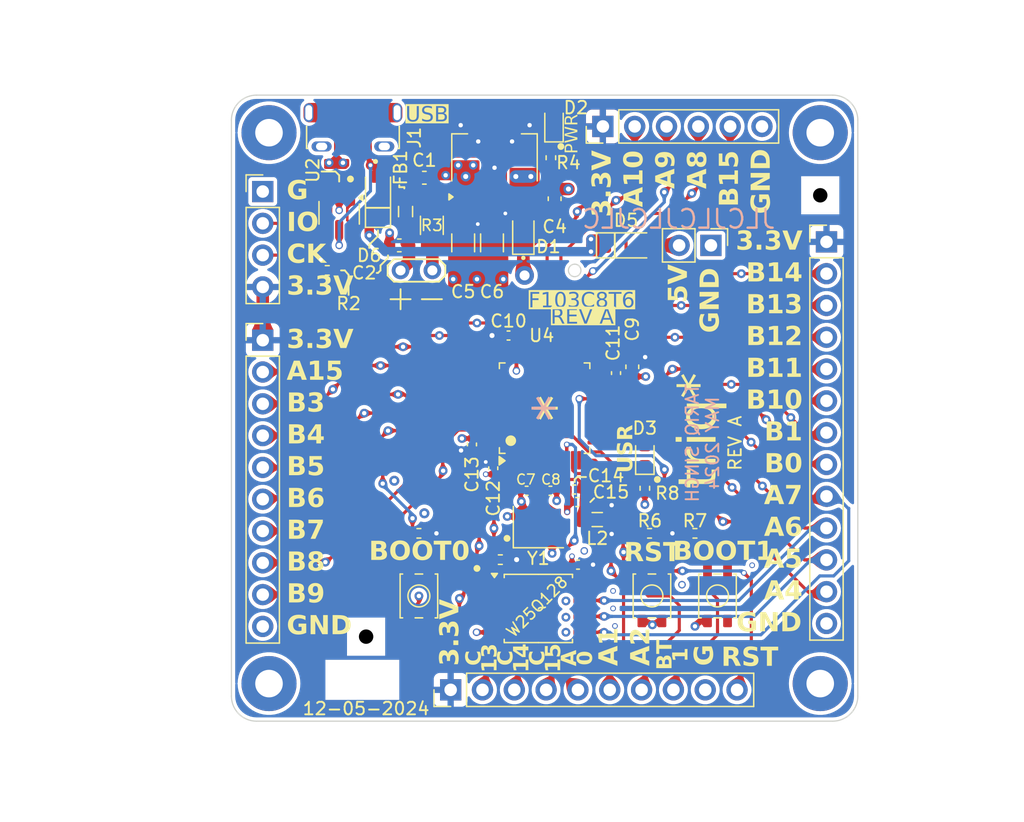
<source format=kicad_pcb>
(kicad_pcb (version 20240108) (generator "pcbnew") (generator_version "8.0")
  (title_block (title "STM32F103C8T6 Development Board with SPI Flash") (date "2024-02-28") (rev "1") (company "triq*"))
  (layers (0 "F.Cu" signal) (1 "In1.Cu" power) (2 "In2.Cu" power) (31 "B.Cu" mixed) (34 "B.Paste" user) (35 "F.Paste" user) (36 "B.SilkS" user "B.Silkscreen") (37 "F.SilkS" user "F.Silkscreen") (38 "B.Mask" user) (39 "F.Mask" user) (44 "Edge.Cuts" user))
  (net 0 "")
  (net 1 "+3.3VA")
  (net 2 "GND")
  (net 3 "+5V")
  (net 4 "VBUS")
  (net 5 "+3.3V")
  (net 6 "/5V_FILTERED")
  (net 7 "Net-(D3-K)")
  (net 8 "/SWDIO")
  (net 9 "/SWCLK")
  (net 10 "/USB_D+")
  (net 11 "/USB_D-")
  (net 12 "/RST")
  (net 13 "/BOOT0")
  (net 14 "/BOOT1")
  (net 15 "/PC13")
  (net 16 "/HSE_IN")
  (net 17 "/HSE_OUT")
  (net 18 "/PA0")
  (net 19 "/PA1")
  (net 20 "/PA2")
  (net 21 "/PA3")
  (net 22 "/PA4")
  (net 23 "/PA5")
  (net 24 "/PA6")
  (net 25 "/PA7")
  (net 26 "/PB0")
  (net 27 "/PB1")
  (net 28 "/PB10")
  (net 29 "/PB11")
  (net 30 "/PB12")
  (net 31 "/PB13")
  (net 32 "/PB14")
  (net 33 "/PB15")
  (net 34 "/PA8")
  (net 35 "/PA9")
  (net 36 "/PA10")
  (net 37 "/PA15")
  (net 38 "/PB3")
  (net 39 "/PB4")
  (net 40 "/PB5")
  (net 41 "/PB6")
  (net 42 "/PB7")
  (net 43 "/PB8")
  (net 44 "/PB9")
  (net 45 "/PWR_LED_K")
  (net 47 "/PC15")
  (net 48 "/PC14")
  (net 49 "/5V_INPUT")
  (net 50 "VUSB")
  (footprint "Capacitor_SMD:C_0402_1005Metric" (layer "F.Cu") (at 103.4 73.7 180)
    (property "Reference" "C7")
    (property "Value" "10pF")
  )
  (footprint "MountingHole:MountingHole_2.2mm_M2_Pad" (layer "F.Cu") (at 82.835 45.1)
    (property "Reference" "H1" (hide yes))
    (property "Value" "M2")
  )
  (footprint "Package_TO_SOT_SMD:SOT-223-3_TabPin2" (layer "F.Cu") (at 100.835 47.1 90)
    (property "Reference" "U3" (hide yes))
    (property "Value" "AMS1117-3.3")
  )
  (footprint "Resistor_SMD:R_0402_1005Metric" (layer "F.Cu") (at 113.21 77.1 180)
    (property "Reference" "R6")
    (property "Value" "10k")
  )
  (footprint "Capacitor_SMD:C_0402_1005Metric" (layer "F.Cu") (at 101.955 61.3)
    (property "Reference" "C10")
    (property "Value" "100n")
  )
  (footprint "Capacitor_SMD:C_1206_3216Metric" (layer "F.Cu") (at 98.335 53.9 -90)
    (property "Reference" "C5")
    (property "Value" "10u")
  )
  (footprint "Capacitor_SMD:C_0402_1005Metric" (layer "F.Cu") (at 107.5 79.6 180)
    (property "Reference" "C3" (hide yes))
    (property "Value" "100n")
  )
  (footprint "Capacitor_SMD:C_0603_1608Metric" (layer "F.Cu") (at 93.235 54.1 180)
    (property "Reference" "C2")
    (property "Value" "10u")
  )
  (footprint "Connector_PinHeader_2.54mm:PinHeader_1x02_P2.54mm_Vertical" (layer "F.Cu") (at 118.11 54.1 -90)
    (property "Reference" "J7" (hide yes))
    (property "Value" "5V IN")
  )
  (footprint "Capacitor_SMD:C_0603_1608Metric" (layer "F.Cu") (at 105.635 50.375 90)
    (property "Reference" "C4")
    (property "Value" "22u")
  )
  (footprint "Capacitor_SMD:C_0402_1005Metric" (layer "F.Cu") (at 100.735 71.9 -90)
    (property "Reference" "C12")
    (property "Value" "100n")
  )
  (footprint "custom_fp:3x4x2mm Switch" (layer "F.Cu") (at 94.8 82.1 90)
    (property "Reference" "SW1" (hide yes))
    (property "Value" "SW_BOOT0")
  )
  (footprint "custom_fp:JLCPCB Tooling Hole" (layer "F.Cu") (at 126.835 50.1)
    (property "Reference" "H5" (hide yes))
    (property "Value" "JLC Tooling")
  )
  (footprint "Crystal:Crystal_SMD_Abracon_ABM8G-4Pin_3.2x2.5mm" (layer "F.Cu") (at 104.335 76.6)
    (property "Reference" "Y1")
    (property "Value" "16MHz")
  )
  (footprint "Diode_SMD:D_SOD-323" (layer "F.Cu") (at 103.135 53.2 90)
    (property "Reference" "D1")
    (property "Value" "1N4148WS")
  )
  (footprint "custom_fp:JLCPCB Tooling Hole" (layer "F.Cu") (at 90.585 85.35)
    (property "Reference" "H6" (hide yes))
    (property "Value" "JLC Tooling")
  )
  (footprint "Package_SO:SOIC-8_5.23x5.23mm_P1.27mm" (layer "F.Cu") (at 104.335 83.1)
    (property "Reference" "U1" (hide yes))
    (property "Value" "W25Q128JVS")
  )
  (footprint "Capacitor_SMD:C_1206_3216Metric" (layer "F.Cu") (at 100.635 53.9 -90)
    (property "Reference" "C6")
    (property "Value" "10u")
  )
  (footprint "Capacitor_SMD:C_0603_1608Metric" (layer "F.Cu") (at 95.235 48.7)
    (property "Reference" "C1")
    (property "Value" "100n")
  )
  (footprint "Inductor_SMD:L_0805_2012Metric_Pad1.05x1.20mm_HandSolder" (layer "F.Cu") (at 109.035 76 180)
    (property "Reference" "L2")
    (property "Value" "600R")
  )
  (footprint "custom_fp:3x4x2mm Switch" (layer "F.Cu") (at 113.4 82.1 90)
    (property "Reference" "SW2" (hide yes))
    (property "Value" "RESET")
  )
  (footprint "Capacitor_SMD:C_0603_1608Metric" (layer "F.Cu") (at 111.835 63.8 -90)
    (property "Reference" "C9")
    (property "Value" "10u")
  )
  (footprint "Resistor_SMD:R_0402_1005Metric" (layer "F.Cu") (at 94.8 77.1 180)
    (property "Reference" "R5" (hide yes))
    (property "Value" "10k")
  )
  (footprint "Connector_PinHeader_2.54mm:PinHeader_1x13_P2.54mm_Vertical" (layer "F.Cu") (at 127.335 53.82)
    (property "Reference" "J6" (hide yes))
    (property "Value" "Right Header")
  )
  (footprint "MountingHole:MountingHole_2.2mm_M2_Pad" (layer "F.Cu") (at 82.835 89.1)
    (property "Reference" "H2" (hide yes))
    (property "Value" "M2")
  )
  (footprint "Diode_SMD:D_SOD-123" (layer "F.Cu") (at 111.335 54.1)
    (property "Reference" "D5")
    (property "Value" "B817W")
  )
  (footprint "Capacitor_SMD:C_0402_1005Metric" (layer "F.Cu") (at 105.3 73.7)
    (property "Reference" "C8")
    (property "Value" "10pF")
  )
  (footprint "Resistor_SMD:R_0402_1005Metric" (layer "F.Cu") (at 101.3 79.2 180)
    (property "Reference" "R1" (hide yes))
    (property "Value" "10k")
  )
  (footprint "LED_SMD:LED_0603_1608Metric" (layer "F.Cu") (at 112.835 70.9 90)
    (property "Reference" "D3")
    (property "Value" "USER_LED")
  )
  (footprint "LED_SMD:LED_0603_1608Metric" (layer "F.Cu") (at 105.585 44.35 90)
    (property "Reference" "D2")
    (property "Value" "PWR_AVAIL")
  )
  (footprint "Resistor_SMD:R_0402_1005Metric" (layer "F.Cu") (at 105.335 47.1 -90)
    (property "Reference" "R4")
    (property "Value" "1k5")
  )
  (footprint "Capacitor_SMD:C_0402_1005Metric" (layer "F.Cu") (at 107.2 73.6 180)
    (property "Reference" "C14")
    (property "Value" "10n")
  )
  (footprint "Capacitor_SMD:C_0402_1005Metric" (layer "F.Cu") (at 99.035 70 90)
    (property "Reference" "C13")
    (property "Value" "100n")
  )
  (footprint "snapmagic_10118194-0001LF:AMPHENOL_10118194-0001LF" (layer "F.Cu") (at 89.535 43.5 180)
    (property "Reference" "J1")
    (property "Value" "USB_B_Micro")
  )
  (footprint "Connector_PinHeader_2.54mm:PinHeader_1x10_P2.54mm_Vertical" (layer "F.Cu") (at 82.335 61.675)
    (property "Reference" "J3" (hide yes))
    (property "Value" "Left Header")
  )
  (footprint "Package_TO_SOT_SMD:SOT-23-6_Handsoldering" (layer "F.Cu") (at 88.435 51.5 -90)
    (property "Reference" "U2")
    (property "Value" "SRV05-4")
  )
  (footprint "MountingHole:MountingHole_2.2mm_M2_Pad" (layer "F.Cu") (at 126.835 89.1)
    (property "Reference" "H4" (hide yes))
    (property "Value" "M2")
  )
  (footprint "MountingHole:MountingHole_2.2mm_M2_Pad" (layer "F.Cu") (at 126.835 45.1)
    (property "Reference" "H3" (hide yes))
    (property "Value" "M2")
  )
  (footprint "Resistor_SMD:R_0402_1005Metric" (layer "F.Cu") (at 112.835 73.5 90)
    (property "Reference" "R8")
    (property "Value" "2k")
  )
  (footprint "Resistor_SMD:R_0402_1005Metric" (layer "F.Cu") (at 116.835 77.1)
    (property "Reference" "R7")
    (property "Value" "10k")
  )
  (footprint "Inductor_SMD:L_0805_2012Metric_Pad1.05x1.20mm_HandSolder" (layer "F.Cu") (at 93.735 51.4 -90)
    (property "Reference" "FB1")
    (property "Value" "100R")
  )
  (footprint "Connector_PinHeader_2.54mm:PinHeader_1x06_P2.54mm_Vertical" (layer "F.Cu") (at 109.485 44.6 90)
    (property "Reference" "J5" (hide yes))
    (property "Value" "Front Header")
  )
  (footprint "Package_QFP:LQFP-48_7x7mm_P0.5mm" (layer "F.Cu") (at 104.835 67.1 90)
    (property "Reference" "U4")
    (property "Value" "STM32F103C8Tx")
  )
  (footprint "Connector_PinHeader_2.54mm:PinHeader_1x10_P2.54mm_Vertical" (layer "F.Cu") (at 97.335 89.6 90)
    (property "Reference" "J4" (hide yes))
    (property "Value" "Back Header")
  )
  (footprint "Resistor_SMD:R_1206_3216Metric_Pad1.30x1.75mm_HandSolder" (layer "F.Cu") (at 95.835 52.5 -90)
    (property "Reference" "R3")
    (property "Value" "100m")
  )
  (footprint "custom_fp:3x4x2mm Switch" (layer "F.Cu") (at 118.635 82.1 90)
    (property "Reference" "SW3" (hide yes))
    (property "Value" "SW_BOOT1")
  )
  (footprint "Capacitor_SMD:C_0402_1005Metric" (layer "F.Cu") (at 107.435 74.6 180)
    (property "Reference" "C15")
    (property "Value" "1u")
  )
  (footprint "Capacitor_SMD:C_0402_1005Metric" (layer "F.Cu") (at 110.535 64.3 -90)
    (property "Reference" "C11")
    (property "Value" "100n")
  )
  (footprint "Connector_PinHeader_2.54mm:PinHeader_1x04_P2.54mm_Vertical" (layer "F.Cu") (at 82.335 49.8)
    (property "Reference" "J2" (hide yes))
    (property "Value" "SWD")
  )
  (footprint "Resistor_SMD:R_0402_1005Metric" (layer "F.Cu") (at 87.485 56.1 180)
    (property "Reference" "R2")
    (property "Value" "1k5")
  )
  (footprint "TestPoint:TestPoint_2Pads_Pitch2.54mm_Drill0.8mm" (layer "F.Cu") (at 93.335 56.1)
    (property "Reference" "TP1" (hide yes))
    (property "Value" "TestPoint_2Pole")
  )
  (footprint "Diode_SMD:D_SOD-123" (layer "F.Cu") (at 91.535 50.3 90)
    (property "Reference" "D6")
    (property "Value" "B817W")
  )
  (gr_line (start 93.235 49.45) (end 93.235 49.3) (stroke (width 0.15)) (layer "F.SilkS"))
  (gr_circle (center 102.135 69.7) (end 102.485 69.7) (stroke (width 0.15)) (fill solid) (layer "F.SilkS"))
  (gr_line (start 93.635 49.45) (end 93.635 49.55) (stroke (width 0.15)) (layer "F.SilkS"))
  (gr_line (start 110.435 53.15) (end 110.435 55.05) (stroke (width 0.15)) (layer "F.SilkS"))
  (gr_line (start 89.185 58.05) (end 89.185 56.45) (stroke (width 0.15)) (layer "F.SilkS"))
  (gr_line (start 91.535 56.3) (end 91.735 56.1) (stroke (width 0.15)) (layer "F.SilkS"))
  (gr_line (start 88.435 48.5) (end 88.135 48.2) (stroke (width 0.15)) (layer "F.SilkS"))
  (gr_line (start 88.085 48.2) (end 87.035 48.2) (stroke (width 0.15)) (layer "F.SilkS"))
  (gr_line (start 90.835 54.05) (end 90.835 54.3) (stroke (width 0.15)) (layer "F.SilkS"))
  (gr_line (start 92.535 58.4) (end 94.135 58.4) (stroke (width 0.15)) (layer "F.SilkS"))
  (gr_circle (center 99.435 79.9) (end 99.635 79.9) (stroke (width 0.15)) (fill solid) (layer "F.SilkS"))
  (gr_line (start 107.235 72.8) (end 107.235 73) (stroke (width 0.15)) (layer "F.SilkS"))
  (gr_line (start 91.435 56.3) (end 91.535 56.3) (stroke (width 0.15)) (layer "F.SilkS"))
  (gr_line (start 92.335 55.1) (end 92.335 54.9) (stroke (width 0.15)) (layer "F.SilkS"))
  (gr_line (start 92.335 55.1) (end 91.735 55.7) (stroke (width 0.15)) (layer "F.SilkS"))
  (gr_circle (center 89.335 48.8) (end 89.535 48.8) (stroke (width 0.15)) (fill solid) (layer "F.SilkS"))
  (gr_line (start 88.435 49) (end 88.435 48.5) (stroke (width 0.15)) (layer "F.SilkS"))
  (gr_line (start 88.885 56.1) (end 88.585 56.1) (stroke (width 0.15)) (layer "F.SilkS"))
  (gr_circle (center 101.835 77.5) (end 102.035 77.5) (stroke (width 0.15)) (fill solid) (layer "F.SilkS"))
  (gr_line (start 93.635 49.45) (end 93.235 49.45) (stroke (width 0.15)) (layer "F.SilkS"))
  (gr_line (start 89.185 56.45) (end 88.885 56.1) (stroke (width 0.15)) (layer "F.SilkS"))
  (gr_circle (center 106.135 46.2) (end 106.335 46.2) (stroke (width 0.15)) (fill solid) (layer "F.SilkS"))
  (gr_line (start 91.535 53.35) (end 91.535 52.9) (stroke (width 0.15)) (layer "F.SilkS"))
  (gr_line (start 93.335 59.2) (end 93.335 57.6) (stroke (width 0.15)) (layer "F.SilkS"))
  (gr_circle (center 103.135 55.1) (end 103.235 55.1) (stroke (width 0.15)) (fill solid) (layer "F.SilkS"))
  (gr_line (start 107.435 72.6) (end 107.235 72.8) (stroke (width 0.15)) (layer "F.SilkS"))
  (gr_line (start 108.485 74.6) (end 108.785 74.3) (stroke (width 0.15)) (layer "F.SilkS"))
  (gr_line (start 92.485 51.1) (end 90.585 51.1) (stroke (width 0.15)) (layer "F.SilkS"))
  (gr_line (start 91.735 56.1) (end 91.735 55.7) (stroke (width 0.15)) (layer "F.SilkS"))
  (gr_circle (center 113.835 72.8) (end 114.035 72.8) (stroke (width 0.15)) (fill solid) (layer "F.SilkS"))
  (gr_line (start 95.035 58.4) (end 96.635 58.4) (stroke (width 0.15)) (layer "F.SilkS"))
  (gr_line (start 90.835 54.05) (end 91.535 53.35) (stroke (width 0.15)) (layer "F.SilkS"))
  (gr_line (start 108.135 72.6) (end 107.435 72.6) (stroke (width 0.15)) (layer "F.SilkS"))
  (gr_arc (start 81.835 92.1) (mid 80.420786 91.514214) (end 79.835 90.1) (stroke (width 0.1)) (layer "Edge.Cuts"))
  (gr_line (start 127.835 42.1) (end 81.835 42.1) (stroke (width 0.1)) (layer "Edge.Cuts"))
  (gr_arc (start 127.835 42.1) (mid 129.249214 42.685786) (end 129.835 44.1) (stroke (width 0.1)) (layer "Edge.Cuts"))
  (gr_arc (start 129.835 90.1) (mid 129.249214 91.514214) (end 127.835 92.1) (stroke (width 0.1)) (layer "Edge.Cuts"))
  (gr_circle (center 107.235 56.1) (end 107.735 56.1) (stroke (width 0.1)) (fill none) (layer "Edge.Cuts"))
  (gr_line (start 79.835 44.1) (end 79.835 90.1) (stroke (width 0.1)) (layer "Edge.Cuts"))
  (gr_line (start 129.835 90.1) (end 129.835 44.1) (stroke (width 0.1)) (layer "Edge.Cuts"))
  (gr_line (start 81.835 92.1) (end 127.835 92.1) (stroke (width 0.1)) (layer "Edge.Cuts"))
  (gr_arc (start 79.835 44.1) (mid 80.420786 42.685786) (end 81.835 42.1) (stroke (width 0.1)) (layer "Edge.Cuts"))
  (gr_text "JLCJLCJLCJLC" (at 115.535 52 0) (layer "B.SilkS") (effects (font (size 1.5 1.5) (thickness 0.1875)) (justify mirror)))
  (gr_text "TARIQ SINGH\nMAY 2024" (at 117.435 69.9 90) (layer "B.SilkS") (effects (font (size 1 1)) (justify mirror)))
  (gr_text "*" (at 103.835 67.1 -90) (layer "B.SilkS") (effects (font (size 3 3) (thickness 0.25)) (justify mirror)))
  (gr_text "A7" (at 125.43 74.14 0) (layer "F.SilkS") (effects (font (size 1.5 1.5) (thickness 0.3) (bold yes)) (justify right)))
  (gr_text "PWR" (at 107.035 45.2 90) (layer "F.SilkS") (effects (font (size 1 1) (thickness 0.12))))
  (gr_text "B11" (at 125.43 63.98 0) (layer "F.SilkS") (effects (font (size 1.5 1.5) (thickness 0.3) (bold yes)) (justify right)))
  (gr_text "15" (at 105.58 87.06 90) (layer "F.SilkS") (effects (font (size 1.2 1.2) (thickness 0.3) (bold yes))))
  (gr_text "C" (at 101.77 87.06 90) (layer "F.SilkS") (effects (font (size 1.2 1.2) (thickness 0.3) (bold yes))))
  (gr_text "triq*" (at 117.235 68.9 90) (layer "F.SilkS") (effects (font (size 3 3) (thickness 0.25))))
  (gr_text "A5" (at 125.43 79.22 0) (layer "F.SilkS") (effects (font (size 1.5 1.5) (thickness 0.3) (bold yes)) (justify right)))
  (gr_text "USR" (at 111.335 70.35 90) (layer "F.SilkS") (effects (font (size 1.2 1.2) (thickness 0.3) (bold yes))))
  (gr_text "BOOT0" (at 94.835 78.6 0) (layer "F.SilkS") (effects (font (size 1.5 1.5) (thickness 0.3) (bold yes))))
  (gr_text "GND" (at 84.24 84.535 0) (layer "F.SilkS") (effects (font (size 1.5 1.5) (thickness 0.3) (bold yes)) (justify left)))
  (gr_text "1" (at 115.74 86.806 90) (layer "F.SilkS") (effects (font (size 1.2 1.2) (thickness 0.3) (bold yes))))
  (gr_text "B12" (at 125.43 61.44 0) (layer "F.SilkS") (effects (font (size 1.5 1.5) (thickness 0.3) (bold yes)) (justify right)))
  (gr_text "12-05-2024" (at 90.585 91.1 0) (layer "F.SilkS") (effects (font (size 1 1))))
  (gr_text "BT" (at 114.47 86.806 90) (layer "F.SilkS") (effects (font (size 1.2 1.2) (thickness 0.3) (bold yes))))
  (gr_text "G" (at 84.24 49.79 0) (layer "F.SilkS") (effects (font (size 1.5 1.5) (thickness 0.3) (bold yes)) (justify left)))
  (gr_text "B0" (at 125.43 71.6 0) (layer "F.SilkS") (effects (font (size 1.5 1.5) (thickness 0.3) (bold yes)) (justify right)))
  (gr_text "14" (at 103.04 87.06 90) (layer "F.SilkS") (effects (font (size 1.2 1.2) (thickness 0.3) (bold yes))))
  (gr_text "B1" (at 125.43 69.06 0) (layer "F.SilkS") (effects (font (size 1.5 1.5) (thickness 0.3) (bold yes)) (justify right)))
  (gr_text "A9" (at 114.565 46.505 90) (layer "F.SilkS") (effects (font (size 1.5 1.5) (thickness 0.3) (bold yes)) (justify right)))
  (gr_text "GND" (at 122.185 46.378 90) (layer "F.SilkS") (effects (font (size 1.5 1.5) (thickness 0.3) (bold yes)) (justify right)))
  (gr_text "C" (at 104.31 87.06 90) (layer "F.SilkS") (effects (font (size 1.2 1.2) (thickness 0.3) (bold yes))))
  (gr_text "B13" (at 125.43 58.9 0) (layer "F.SilkS") (effects (font (size 1.5 1.5) (thickness 0.3) (bold yes)) (justify right)))
  (gr_text "3.3V" (at 84.24 61.675 0) (layer "F.SilkS") (effects (font (size 1.5 1.5) (thickness 0.3) (bold yes)) (justify left)))
  (gr_text "A8" (at 117.105 46.505 90) (layer "F.SilkS") (effects (font (size 1.5 1.5) (thickness 0.3) (bold yes)) (justify right)))
  (gr_text "B8" (at 84.24 79.455 0) (layer "F.SilkS") (effects (font (size 1.5 1.5) (thickness 0.3) (bold yes)) (justify left)))
  (gr_text "A2" (at 112.565 87.695 90) (layer "F.SilkS") (effects (font (size 1.5 1.5) (thickness 0.3) (bold yes)) (justify left)))
  (gr_text "REV A" (at 120.035 69.9 90) (layer "F.SilkS") (effects (font (size 1 1))))
  (gr_text "5V" (at 115.57 57.148 90) (layer "F.SilkS") (effects (font (size 1.5 1.5) (thickness 0.3) (bold yes))))
  (gr_text "BOOT1" (at 119.08 78.6 0) (layer "F.SilkS") (effects (font (size 1.5 1.5) (thickness 0.3) (bold yes))))
  (gr_text "GND" (at 118.11 55.878 90) (layer "F.SilkS") (effects (font (size 1.5 1.5) (thickness 0.3) (bold yes)) (justify right)))
  (gr_text "RST" (at 113.435 78.7 0) (layer "F.SilkS") (effects (font (size 1.5 1.5) (thickness 0.3) (bold yes))))
  (gr_text "F103C8T6" (at 107.785 58.55 0) (layer "F.SilkS" knockout) (effects (font (size 1.2 1.2))))
  (gr_text "3.3V" (at 97.325 87.695 90) (layer "F.SilkS") (effects (font (size 1.5 1.5) (thickness 0.3) (bold yes)) (justify left)))
  (gr_text "USB" (at 95.435 43.699996 0) (layer "F.SilkS" knockout) (effects (font (size 1.2 1.2))))
  (gr_text "A1" (at 110.025 87.695 90) (layer "F.SilkS") (effects (font (size 1.5 1.5) (thickness 0.3) (bold yes)) (justify left)))
  (gr_text "3.3V" (at 84.24 57.41 0) (layer "F.SilkS") (effects (font (size 1.5 1.5) (thickness 0.3) (bold yes)) (justify left)))
  (gr_text "CK" (at 84.24 54.87 0) (layer "F.SilkS") (effects (font (size 1.5 1.5) (thickness 0.3) (bold yes)) (justify left)))
  (gr_text "G" (at 117.645 87.695 90) (layer "F.SilkS") (effects (font (size 1.5 1.5) (thickness 0.3) (bold yes)) (justify left)))
  (gr_text "B5\n" (at 84.24 71.835 0) (layer "F.SilkS") (effects (font (size 1.5 1.5) (thickness 0.3) (bold yes)) (justify left)))
  (gr_text "0" (at 108.12 87.06 90) (layer "F.SilkS") (effects (font (size 1.2 1.2) (thickness 0.3) (bold yes))))
  (gr_text "GND" (at 125.36 84.3 0) (layer "F.SilkS") (effects (font (size 1.5 1.5) (thickness 0.3) (bold yes)) (justify right)))
  (gr_text "3.3V" (at 109.485 46.505 90) (layer "F.SilkS") (effects (font (size 1.5 1.5) (thickness 0.3) (bold yes)) (justify right)))
  (gr_text "W25Q128" (at 102.335 85.6 45) (layer "F.SilkS") (effects (font (size 0.9 0.9) (thickness 0.13)) (justify left bottom)))
  (gr_text "A10" (at 112.025 46.505 90) (layer "F.SilkS") (effects (font (size 1.5 1.5) (thickness 0.3) (bold yes)) (justify right)))
  (gr_text "*" (at 105.835 67.1 90) (layer "F.SilkS") (effects (font (size 3 3) (thickness 0.25))))
  (gr_text "B4\n" (at 84.24 69.295 0) (layer "F.SilkS") (effects (font (size 1.5 1.5) (thickness 0.3) (bold yes)) (justify left)))
  (gr_text "B15" (at 119.645 46.505 90) (layer "F.SilkS") (effects (font (size 1.5 1.5) (thickness 0.3) (bold yes)) (justify right)))
  (gr_text "C" (at 99.23 87.06 90) (layer "F.SilkS") (effects (font (size 1.2 1.2) (thickness 0.3) (bold yes))))
  (gr_text "RST" (at 121.211 87.06 0) (layer "F.SilkS") (effects (font (size 1.5 1.5) (thickness 0.3) (bold yes))))
  (gr_text "A6" (at 125.43 76.68 0) (layer "F.SilkS") (effects (font (size 1.5 1.5) (thickness 0.3) (bold yes)) (justify right)))
  (gr_text "13" (at 100.5 87.06 90) (layer "F.SilkS") (effects (font (size 1.2 1.2) (thickness 0.3) (bold yes))))
  (gr_text "B7" (at 84.24 76.915 0) (layer "F.SilkS") (effects (font (size 1.5 1.5) (thickness 0.3) (bold yes)) (justify left)))
  (gr_text "B10" (at 125.43 66.52 0) (layer "F.SilkS") (effects (font (size 1.5 1.5) (thickness 0.3) (bold yes)) (justify right)))
  (gr_text "B9" (at 84.24 81.995 0) (layer "F.SilkS") (effects (font (size 1.5 1.5) (thickness 0.3) (bold yes)) (justify left)))
  (gr_text "A" (at 106.85 87.06 90) (layer "F.SilkS") (effects (font (size 1.2 1.2) (thickness 0.3) (bold yes))))
  (gr_text "REV A" (at 107.835 59.85 0) (layer "F.SilkS" knockout) (effects (font (size 1.2 1.2))))
  (gr_text "B14" (at 125.43 56.36 0) (layer "F.SilkS") (effects (font (size 1.5 1.5) (thickness 0.3) (bold yes)) (justify right)))
  (gr_text "3.3V" (at 125.43 53.82 0) (layer "F.SilkS") (effects (font (size 1.5 1.5) (thickness 0.3) (bold yes)) (justify right)))
  (gr_text "A15" (at 84.24 64.215 0) (layer "F.SilkS") (effects (font (size 1.5 1.5) (thickness 0.3) (bold yes)) (justify left)))
  (gr_text "B6" (at 84.24 74.375 0) (layer "F.SilkS") (effects (font (size 1.5 1.5) (thickness 0.3) (bold yes)) (justify left)))
  (gr_text "IO\n" (at 84.24 52.33 0) (layer "F.SilkS") (effects (font (size 1.5 1.5) (thickness 0.3) (bold yes)) (justify left)))
  (gr_text "B3\n" (at 84.24 66.755 0) (layer "F.SilkS") (effects (font (size 1.5 1.5) (thickness 0.3) (bold yes)) (justify left)))
  (gr_text "A4" (at 125.43 81.76 0) (layer "F.SilkS") (effects (font (size 1.5 1.5) (thickness 0.3) (bold yes)) (justify right)))
  (segment (start 106.085 72.201116) (end 106.683884 72.8) (width 0.25) (layer "F.Cu") (net 1))
  (segment (start 107.915 73.835) (end 107.68 73.6) (width 0.5) (layer "F.Cu") (net 1))
  (segment (start 106.683884 72.8) (end 107.5 72.8) (width 0.25) (layer "F.Cu") (net 1))
  (segment (start 106.085 71.2625) (end 106.085 72.201116) (width 0.25) (layer "F.Cu") (net 1))
  (segment (start 107.885 76) (end 107.885 74.63) (width 0.5) (layer "F.Cu") (net 1))
  (segment (start 107.885 74.63) (end 107.915 74.6) (width 0.5) (layer "F.Cu") (net 1))
  (segment (start 107.5 72.8) (end 107.68 72.98) (width 0.25) (layer "F.Cu") (net 1))
  (segment (start 107.68 72.98) (end 107.68 73.6) (width 0.25) (layer "F.Cu") (net 1))
  (segment (start 107.915 74.6) (end 107.915 73.835) (width 0.5) (layer "F.Cu") (net 1))
  (segment (start 99.4 85) (end 99.405 85.005) (width 0.25) (layer "F.Cu") (net 2))
  (segment (start 112.835 74.8) (end 112.835 74.01) (width 0.25) (layer "F.Cu") (net 2))
  (segment (start 100.135 72.38) (end 100.735 72.38) (width 0.25) (layer "F.Cu") (net 2))
  (segment (start 106.635 75.4) (end 106.635 74.92) (width 0.5) (layer "F.Cu") (net 2))
  (segment (start 113.435 84.4095) (end 113.7445 84.1) (width 0.25) (layer "F.Cu") (net 2))
  (segment (start 108.9975 64.85) (end 110.465 64.85) (width 0.25) (layer "F.Cu") (net 2))
  (segment (start 112.6 84.1) (end 113.1255 84.1) (width 0.25) (layer "F.Cu") (net 2))
  (segment (start 99.035 69.52) (end 99.205 69.35) (width 0.25) (layer "F.Cu") (net 2))
  (segment (start 105.585 72.465) (end 106.72 73.6) (width 0.25) (layer "F.Cu") (net 2))
  (segment (start 98.238388 69.52) (end 99.035 69.52) (width 0.25) (layer "F.Cu") (net 2))
  (segment (start 102.92 74.5) (end 102.92 73.7) (width 0.25) (layer "F.Cu") (net 2))
  (segment (start 116.835 84.5255) (end 117.2605 84.1) (width 0.5) (layer "F.Cu") (net 2))
  (segment (start 99.205 69.35) (end 100.6725 69.35) (width 0.25) (layer "F.Cu") (net 2))
  (segment (start 106.72 74.365) (end 106.72 73.6) (width 0.5) (layer "F.Cu") (net 2))
  (segment (start 105.585 71.2625) (end 105.585 72.465) (width 0.25) (layer "F.Cu") (net 2))
  (segment (start 106.955 74.6) (end 106.72 74.365) (width 0.5) (layer "F.Cu") (net 2))
  (segment (start 111.63 64.78) (end 111.835 64.575) (width 0.25) (layer "F.Cu") (net 2))
  (segment (start 113.1255 84.1) (end 113.435 84.4095) (width 0.25) (layer "F.Cu") (net 2))
  (segment (start 106.635 74.92) (end 106.955 74.6) (width 0.5) (layer "F.Cu") (net 2))
  (segment (start 98.233888 69.5245) (end 98.238388 69.52) (width 0.25) (layer "F.Cu") (net 2))
  (segment (start 102.9775 74.5575) (end 103.235 74.815) (width 0.25) (layer "F.Cu") (net 2))
  (segment (start 113.7445 84.1) (end 114.2 84.1) (width 0.25) (layer "F.Cu") (net 2))
  (segment (start 103.235 74.815) (end 103.235 75.75) (width 0.25) (layer "F.Cu") (net 2))
  (segment (start 105.435 78.8) (end 105.435 77.45) (width 0.25) (layer "F.Cu") (net 2))
  (segment (start 101.85 75.75) (end 103.235 75.75) (width 0.25) (layer "F.Cu") (net 2))
  (segment (start 94.8 82.6175) (end 94 83.4175) (width 0.25) (layer "F.Cu") (net 2))
  (segment (start 105.8 74.5) (end 105.8 73.72) (width 0.25) (layer "F.Cu") (net 2))
  (segment (start 105.8 73.72) (end 105.78 73.7) (width 0.25) (layer "F.Cu") (net 2))
  (segment (start 107.02 78.93) (end 107.02 79.6) (width 0.25) (layer "F.Cu") (net 2))
  (segment (start 102.435 61.3) (end 102.585 61.45) (width 0.25) (layer "F.Cu") (net 2))
  (segment (start 110.465 64.85) (end 110.535 64.78) (width 0.25) (layer "F.Cu") (net 2))
  (segment (start 106.735 49.6) (end 105.635 49.6) (width 1) (layer "F.Cu") (net 2))
  (segment (start 102.585 61.45) (end 102.585 62.9375) (width 0.25) (layer "F.Cu") (net 2))
  (segment (start 92.46 53.1) (end 92.46 54.1) (width 0.5) (layer "F.Cu") (net 2))
  (segment (start 105.635 49.6) (end 105.635 47.91) (width 0.5) (layer "F.Cu") (net 2))
  (segment (start 94 83.4175) (end 94 84.1) (width 0.25) (layer "F.Cu") (net 2))
  (segment (start 94.8 82.1) (end 94.8 82.6175) (width 0.25) (layer "F.Cu") (net 2))
  (segment (start 102.582615 64.125688) (end 102.585 64.123303) (width 0.25) (layer "F.Cu") (net 2))
  (segment (start 110.535 64.78) (end 111.63 64.78) (width 0.25) (layer "F.Cu") (net 2))
  (segment (start 105.635 47.91) (end 105.335 47.61) (width 0.5) (layer "F.Cu") (net 2))
  (segment (start 102.585 64.123303) (end 102.585 62.9375) (width 0.25) (layer "F.Cu") (net 2))
  (segment (start 112.91 64.575) (end 111.835 64.575) (width 0.25) (layer "F.Cu") (net 2))
  (segment (start 102.9775 74.5575) (end 102.92 74.5) (width 0.25) (layer "F.Cu") (net 2))
  (segment (start 88.435 50.15) (end 88.435 51.3) (width 0.25) (layer "F.Cu") (net 2))
  (segment (start 117.2605 84.1) (end 117.835 84.1) (width 0.5) (layer "F.Cu") (net 2))
  (segment (start 99.405 85.005) (end 100.735 85.005) (width 0.25) (layer "F.Cu") (net 2))
  (via (at 98.233888 69.5245) (size 0.7) (drill 0.35) (layers "F.Cu" "B.Cu") (net 2))
  (via (at 99.435 56.8) (size 0.7) (drill 0.35) (layers "F.Cu" "B.Cu") (net 2))
  (via (at 113.435 84.4095) (size 0.7) (drill 0.35) (layers "F.Cu" "B.Cu") (net 2))
  (via (at 106.635 75.4) (size 0.45) (drill 0.3) (layers "F.Cu" "B.Cu") (net 2))
  (via (at 97.535 56.8) (size 0.7) (drill 0.35) (layers "F.Cu" "B.Cu") (net 2))
  (via (at 116.835 84.5255) (size 0.7) (drill 0.35) (layers "F.Cu" "B.Cu") (net 2))
  (via (at 106.535 85) (size 0.7) (drill 0.35) (layers "F.Cu" "B.Cu") (net 2))
  (via (at 101.85 75.75) (size 0.7) (drill 0.35) (layers "F.Cu" "B.Cu") (net 2))
  (via (at 87.635 47.5) (size 0.7) (drill 0.35) (layers "F.Cu" "B.Cu") (net 2))
  (via (at 110.3 83.1) (size 0.45) (drill 0.3) (layers "F.Cu" "B.Cu") (net 2))
  (via (at 95.235 75.5) (size 0.8) (drill 0.4) (layers "F.Cu" "B.Cu") (net 2))
  (via (at 102.582615 64.125688) (size 0.6) (drill 0.4) (layers "F.Cu" "B.Cu") (net 2))
  (via (at 112.835 74.8) (size 0.7) (drill 0.35) (layers "F.Cu" "B.Cu") (net 2))
  (via (at 108 78.5) (size 0.6) (drill 0.4) (layers "F.Cu" "B.Cu") (net 2))
  (via (at 99.135 47.7) (size 0.7) (drill 0.35) (layers "F.Cu" "B.Cu") (net 2))
  (via (at 88.735 47.5) (size 0.7) (drill 0.35) (layers "F.Cu" "B.Cu") (net 2))
  (via (at 105.435 78.7) (size 0.7) (drill 0.35) (layers "F.Cu" "B.Cu") (net 2))
  (via (at 106.535 82.5) (size 0.7) (drill 0.35) (layers "F.Cu" "B.Cu") (net 2))
  (via (at 92.835 72.9) (size 0.8) (drill 0.4) (layers "F.Cu" "B.Cu") (net 2))
  (via (at 115.8 81.2) (size 0.6) (drill 0.4) (layers "F.Cu" "B.Cu") (net 2))
  (via (at 102.9775 74.5575) (size 0.7) (drill 0.35) (layers "F.Cu" "B.Cu") (net 2))
  (via (at 121.4 79.65) (size 0.45) (drill 0.3) (layers "F.Cu" "B.Cu") (net 2))
  (via (at 100.135 72.38) (size 0.45) (drill 0.3) (layers "F.Cu" "B.Cu") (net 2))
  (via (at 98.535 48.6) (size 0.8) (drill 0.4) (layers "F.Cu" "B.Cu") (net 2))
  (via (at 110.3 81.7) (size 0.45) (drill 0.3) (layers "F.Cu" "B.Cu") (net 2))
  (via (at 97.935 47.7) (size 0.7) (drill 0.35) (layers "F.Cu" "B.Cu") (net 2))
  (via (at 94.8 82.1) (size 0.7) (drill 0.35) (layers "F.Cu" "B.Cu") (net 2))
  (via (at 106.535 83.8) (size 0.7) (drill 0.35) (layers "F.Cu" "B.Cu") (net 2))
  (via (at 96.935 48.5) (size 0.7) (drill 0.35) (layers "F.Cu" "B.Cu") (net 2))
  (via (at 105.8 74.5) (size 0.7) (drill 0.35) (layers "F.Cu" "B.Cu") (net 2))
  (via (at 92.46 53.1) (size 0.7) (drill 0.35) (layers "F.Cu" "B.Cu") (net 2))
  (via (at 101.535 56.8) (size 0.7) (drill 0.35) (layers "F.Cu" "B.Cu") (net 2))
  (via (at 106.735 49.6) (size 0.8) (drill 0.4) (layers "F.Cu" "B.Cu") (net 2))
  (via (at 112.91 64.575) (size 0.7) (drill 0.35) (layers "F.Cu" "B.Cu") (net 2))
  (via (at 88.435 51.3) (size 0.6) (drill 0.4) (layers "F.Cu" "B.Cu") (net 2))
  (via (at 99.4 85) (size 0.6) (drill 0.4) (layers "F.Cu" "B.Cu") (net 2))
  (via (at 110.45 84.5) (size 0.45) (drill 0.3) (layers "F.Cu" "B.Cu") (net 2))
  (via (at 107.02 78.93) (size 0.45) (drill 0.3) (layers "F.Cu" "B.Cu") (net 2))
  (segment (start 95.835 54.05) (end 95.985 53.9) (width 1) (layer "F.Cu") (net 3))
  (segment (start 103.135 50.25) (end 103.885 50.25) (width 1) (layer "F.Cu") (net 3))
  (segment (start 103.235 54.25) (end 103.135 54.25) (width 1) (layer "F.Cu") (net 3))
  (segment (start 105.635 51.15) (end 104.785 51.15) (width 1) (layer "F.Cu") (net 3))
  (segment (start 95.875 56.1) (end 95.875 54.09) (width 1) (layer "F.Cu") (net 3))
  (segment (start 95.875 54.09) (end 95.835 54.05) (width 1) (layer "F.Cu") (net 3))
  (segment (start 95.985 53.9) (end 102.785 53.9) (width 1) (layer "F.Cu") (net 3))
  (segment (start 103.885 50.25) (end 104.535 50.9) (width 1) (layer "F.Cu") (net 3))
  (segment (start 104.535 50.9) (end 104.535 52.95) (width 1) (layer "F.Cu") (net 3))
  (segment (start 104.535 52.95) (end 103.235 54.25) (width 1) (layer "F.Cu") (net 3))
  (segment (start 102.785 53.9) (end 103.135 54.25) (width 1) (layer "F.Cu") (net 3))
  (segment (start 103.135 56.4) (end 103.135 54.25) (width 1) (layer "F.Cu") (net 3))
  (segment (start 104.785 51.15) (end 104.535 50.9) (width 1) (layer "F.Cu") (net 3))
  (segment (start 103.235 56.5) (end 103.135 56.4) (width 1) (layer "F.Cu") (net 3))
  (via (at 102.535 48.6) (size 0.8) (drill 0.4) (layers "F.Cu" "B.Cu") (net 3))
  (via (at 103.735 48.6) (size 0.8) (drill 0.4) (layers "F.Cu" "B.Cu") (net 3))
  (via (at 103.235 56.5) (size 1.5) (drill 0.8) (layers "F.Cu" "B.Cu") (net 3))
  (segment (start 103.135 48.6) (end 103.735 48.6) (width 1) (layer "B.Cu") (net 3))
  (segment (start 102.535 48.6) (end 103.135 48.6) (width 1) (layer "B.Cu") (net 3))
  (segment (start 109.685 54.1) (end 109.185 54.6) (width 0.75) (layer "F.Cu") (net 4))
  (segment (start 93.735 50.25) (end 91.885 50.25) (width 1) (layer "F.Cu") (net 4))
  (segment (start 109.185 53.6) (end 108.535 53.6) (width 0.75) (layer "F.Cu") (net 4))
  (segment (start 93.835 49.325) (end 94.46 48.7) (width 1) (layer "F.Cu") (net 4))
  (segment (start 91.535 50.6) (end 91.535 51.95) (width 1) (layer "F.Cu") (net 4))
  (segment (start 109.185 54.6) (end 108.535 54.6) (width 0.75) (layer "F.Cu") (net 4))
  (segment (start 93.835 50.25) (end 93.835 49.325) (width 1) (layer "F.Cu") (net 4))
  (segment (start 91.885 50.25) (end 91.535 50.6) (width 1) (layer "F.Cu") (net 4))
  (segment (start 108.535 54.1) (end 108.535 54.6) (width 0.75) (layer "F.Cu") (net 4))
  (segment (start 109.685 54.1) (end 109.185 53.6) (width 0.75) (layer "F.Cu") (net 4))
  (segment (start 90.835 52.65) (end 91.535 51.95) (width 0.75) (layer "F.Cu") (net 4))
  (segment (start 90.835 53.3) (end 90.835 52.65) (width 0.75) (layer "F.Cu") (net 4))
  (segment (start 109.685 54.1) (end 108.535 54.1) (width 0.75) (layer "F.Cu") (net 4))
  (segment (start 108.535 53.6) (end 108.535 54.1) (width 0.75) (layer "F.Cu") (net 4))
  (via (at 90.835 53.3) (size 0.7) (drill 0.35) (layers "F.Cu" "B.Cu") (net 4))
  (via (at 108.535 54.6) (size 0.7) (drill 0.35) (layers "F.Cu" "B.Cu") (net 4))
  (via (at 108.535 53.6) (size 0.7) (drill 0.35) (layers "F.Cu" "B.Cu") (net 4))
  (segment (start 92.135 54.6) (end 90.835 53.3) (width 0.75) (layer "B.Cu") (net 4))
  (segment (start 108.535 54.6) (end 92.135 54.6) (width 0.75) (layer "B.Cu") (net 4))
  (segment (start 108.535 53.6) (end 108.535 54.6) (width 0.75) (layer "B.Cu") (net 4))
  (segment (start 110.535 63.4) (end 110.91 63.025) (width 0.25) (layer "F.Cu") (net 5))
  (segment (start 110.185 77.15) (end 110.185 76) (width 0.5) (layer "F.Cu") (net 5))
  (segment (start 108.9975 64.1375) (end 109.315 63.82) (width 0.25) (layer "F.Cu") (net 5))
  (segment (start 110.535 63.82) (end 110.535 63.4) (width 0.25) (layer "F.Cu") (net 5))
  (segment (start 115.035 77.1) (end 113.72 77.1) (width 0.25) (layer "F.Cu") (net 5))
  (segment (start 82.335 57.42) (end 82.335 61.675) (width 1) (layer "F.Cu") (net 5))
  (segment (start 110.185 74.85) (end 110.185 76) (width 0.5) (layer "F.Cu") (net 5))
  (segment (start 102.085 62.9375) (end 101.475 62.3275) (width 0.25) (layer "F.Cu") (net 5))
  (segment (start 100.135 71.4) (end 100.155 71.42) (width 0.25) (layer "F.Cu") (net 5))
  (segment (start 100.91 52.15) (end 100.635 52.425) (width 0.5) (layer "F.Cu") (net 5))
  (segment (start 99.985 69.85) (end 100.6725 69.85) (width 0.25) (layer "F.Cu") (net 5))
  (segment (start 98.163801 70.48) (end 99.035 70.48) (width 0.25) (layer "F.Cu") (net 5))
  (segment (start 108.9975 64.35) (end 108.9975 64.1375) (width 0.25) (layer "F.Cu") (net 5))
  (segment (start 101.185 50.6) (end 100.835 50.25) (width 0.5) (layer "F.Cu") (net 5))
  (segment (start 112.86 63.025) (end 111.835 63.025) (width 0.25) (layer "F.Cu") (net 5))
  (segment (start 99.035 70.48) (end 99.355 70.48) (width 0.25) (layer "F.Cu") (net 5))
  (segment (start 110.91 63.025) (end 111.835 63.025) (width 0.25) (layer "F.Cu") (net 5))
  (segment (start 101.475 61.3) (end 100.635 61.3) (width 0.25) (layer "F.Cu") (net 5))
  (segment (start 115.035 77.1) (end 116.325 77.1) (width 0.25) (layer "F.Cu") (net 5))
  (segment (start 95.32 77.1) (end 96.2 77.1) (width 0.25) (layer "F.Cu") (net 5))
  (segment (start 102.6 79.2) (end 101.81 79.2) (width 0.25) (layer "F.Cu") (net 5))
  (segment (start 103.135 52.15) (end 100.91 52.15) (width 0.5) (layer "F.Cu") (net 5))
  (segment (start 107.98 79.6) (end 108.7 79.6) (width 0.5) (layer "F.Cu") (net 5))
  (segment (start 107.935 81.195) (end 107.98 81.15) (width 0.5) (layer "F.Cu") (net 5))
  (segment (start 107.98 81.15) (end 107.98 79.6) (width 0.5) (layer "F.Cu") (net 5))
  (segment (start 100.155 71.42) (end 100.735 71.42) (width 0.25) (layer "F.Cu") (net 5))
  (segment (start 101.9275 71.42) (end 102.085 71.2625) (width 0.25) (layer "F.Cu") (net 5))
  (segment (start 99.355 70.48) (end 99.985 69.85) (width 0.25) (layer "F.Cu") (net 5))
  (segment (start 86.975 55.24) (end 86.975 56.1) (width 0.25) (layer "F.Cu") (net 5))
  (segment (start 100.735 71.42) (end 101.9275 71.42) (width 0.25) (layer "F.Cu") (net 5))
  (segment (start 101.475 62.3275) (end 101.475 61.3) (width 0.25) (layer "F.Cu") (net 5))
  (segment (start 109.315 63.82) (end 110.535 63.82) (width 0.25) (layer "F.Cu") (net 5))
  (via (at 110.185 74.85) (size 0.7) (drill 0.35) (layers "F.Cu" "B.Cu") (net 5))
  (via (at 99.535 45.8) (size 0.7) (drill 0.35) (layers "F.Cu" "B.Cu") (net 5))
  (via (at 115.035 77.1) (size 0.7) (drill 0.35) (layers "F.Cu" "B.Cu") (net 5))
  (via (at 100.835 47.9) (size 0.7) (drill 0.35) (layers "F.Cu" "B.Cu") (net 5))
  (via (at 103.635 44.5) (size 0.7) (drill 0.35) (layers "F.Cu" "B.Cu") (net 5))
  (via (at 100.135 71.4) (size 0.45) (drill 0.3) (layers "F.Cu" "B.Cu") (net 5))
  (via (at 99.5 52.4) (size 0.45) (drill 0.3) (layers "F.Cu" "B.Cu") (net 5))
  (via (at 112.86 63.025) (size 0.7) (drill 0.35) (layers "F.Cu" "B.Cu") (net 5))
  (via (at 102.6 79.2) (size 0.6) (drill 0.4) (layers "F.Cu" "B.Cu") (net 5))
  (via (at 86.975 55.24) (size 0.45) (drill 0.3) (layers "F.Cu" "B.Cu") (net 5))
  (via (at 101.7 51.55) (size 0.45) (drill 0.3) (layers "F.Cu" "B.Cu") (net 5))
  (via (at 102.235 45.8) (size 0.7) (drill 0.35) (layers "F.Cu" "B.Cu") (net 5))
  (via (at 98.135 44.5) (size 0.7) (drill 0.35) (layers "F.Cu" "B.Cu") (net 5))
  (via (at 98.163801 70.48) (size 0.7) (drill 0.35) (layers "F.Cu" "B.Cu") (net 5))
  (via (at 96.2 77.1) (size 0.7) (drill 0.35) (layers "F.Cu" "B.Cu") (net 5))
  (via (at 110.185 77.15) (size 0.7) (drill 0.35) (layers "F.Cu" "B.Cu") (net 5))
  (via (at 100.635 61.3) (size 0.8) (drill 0.4) (layers "F.Cu" "B.Cu") (net 5))
  (via (at 108.7 79.6) (size 0.7) (drill 0.35) (layers "F.Cu" "B.Cu") (net 5))
  (segment (start 93.335 56.1) (end 94.01 55.425) (width 1) (layer "F.Cu") (net 6))
  (segment (start 93.835 52.55) (end 94.235 52.55) (width 1) (layer "F.Cu") (net 6))
  (segment (start 93.835 52.55) (end 93.835 53.925) (width 1) (layer "F.Cu") (net 6))
  (segment (start 94.01 55.425) (end 94.01 54.1) (width 1) (layer "F.Cu") (net 6))
  (segment (start 93.835 53.925) (end 94.01 54.1) (width 1) (layer "F.Cu") (net 6))
  (segment (start 94.235 52.55) (end 95.835 50.95) (width 1) (layer "F.Cu") (net 6))
  (segment (start 112.835 72.99) (end 112.835 71.6875) (width 0.5) (layer "F.Cu") (net 7))
  (segment (start 86.035 57.9) (end 86.035 54.9) (width 0.25) (layer "F.Cu") (net 8))
  (segment (start 88.435 60.3) (end 86.035 57.9) (width 0.25) (layer "F.Cu") (net 8))
  (segment (start 103.085 62.9375) (end 103.085 60.9) (width 0.25) (layer "F.Cu") (net 8))
  (segment (start 86.035 54.9) (end 83.475 52.34) (width 0.25) (layer "F.Cu") (net 8))
  (segment (start 102.485 60.3) (end 88.435 60.3) (width 0.25) (layer "F.Cu") (net 8))
  (segment (start 83.475 52.34) (end 82.335 52.34) (width 0.25) (layer "F.Cu") (net 8))
  (segment (start 103.085 60.9) (end 102.485 60.3) (width 0.25) (layer "F.Cu") (net 8))
  (via (at 99.435 60.3) (size 0.7) (drill 0.35) (layers "F.Cu" "B.Cu") (net 8))
  (segment (start 84.635 55.7) (end 83.815 54.88) (width 0.25) (layer "F.Cu") (net 9))
  (segment (start 84.635 59.3) (end 84.635 55.7) (width 0.25) (layer "F.Cu") (net 9))
  (segment (start 83.815 54.88) (end 82.335 54.88) (width 0.25) (layer "F.Cu") (net 9))
  (segment (start 98.135 61.3) (end 86.635 61.3) (width 0.25) (layer "F.Cu") (net 9))
  (segment (start 100.6725 63.8375) (end 98.135 61.3) (width 0.25) (layer "F.Cu") (net 9))
  (segment (start 86.635 61.3) (end 84.635 59.3) (width 0.25) (layer "F.Cu") (net 9))
  (segment (start 100.6725 64.35) (end 100.6725 63.8375) (width 0.25) (layer "F.Cu") (net 9))
  (via (at 96.435 61.3) (size 0.7) (drill 0.35) (layers "F.Cu" "B.Cu") (net 9))
  (segment (start 87.485 50.15) (end 87.485 49.25) (width 0.2) (layer "F.Cu") (net 10))
  (segment (start 103.585 61.831249) (end 103.585 62.9375) (width 0.2) (layer "F.Cu") (net 10))
  (segment (start 88.135 55.96) (end 87.995 56.1) (width 0.2) (layer "F.Cu") (net 10))
  (segment (start 103.61 59.3932) (end 103.61 61.806249) (width 0.2) (layer "F.Cu") (net 10))
  (segment (start 87.485 50.15) (end 87.485 50.605) (width 0.2) (layer "F.Cu") (net 10))
  (segment (start 87.785 52.095) (end 87.485 52.395) (width 0.2) (layer "F.Cu") (net 10))
  (segment (start 89.6418 58.925) (end 103.1418 58.925) (width 0.2) (layer "F.Cu") (net 10))
  (segment (start 87.485 50.605) (end 87.785 50.905) (width 0.2) (layer "F.Cu") (net 10))
  (segment (start 87.835 48.9) (end 88.5168 48.9) (width 0.2) (layer "F.Cu") (net 10))
  (segment (start 88.21 55.075) (end 88.21 57.4932) (width 0.2) (layer "F.Cu") (net 10))
  (segment (start 87.485 52.395) (end 87.485 52.85) (width 0.2) (layer "F.Cu") (net 10))
  (segment (start 87.485 52.85) (end 87.485 54.35) (width 0.2) (layer "F.Cu") (net 10))
  (segment (start 87.485 54.35) (end 88.21 55.075) (width 0.2) (layer "F.Cu") (net 10))
  (segment (start 103.1418 58.925) (end 103.61 59.3932) (width 0.2) (layer "F.Cu") (net 10))
  (segment (start 89.635 47.7818) (end 89.635 47.312501) (width 0.2) (layer "F.Cu") (net 10))
  (segment (start 88.21 57.4932) (end 89.6418 58.925) (width 0.2) (layer "F.Cu") (net 10))
  (segment (start 87.785 50.905) (end 87.785 52.095) (width 0.2) (layer "F.Cu") (net 10))
  (segment (start 88.5168 48.9) (end 89.635 47.7818) (width 0.2) (layer "F.Cu") (net 10))
  (segment (start 89.535 47.212501) (end 89.535 46.2) (width 0.2) (layer "F.Cu") (net 10))
  (segment (start 87.485 49.25) (end 87.835 48.9) (width 0.2) (layer "F.Cu") (net 10))
  (segment (start 103.61 61.806249) (end 103.585 61.831249) (width 0.2) (layer "F.Cu") (net 10))
  (segment (start 89.635 47.312501) (end 89.535 47.212501) (width 0.2) (layer "F.Cu") (net 10))
  (segment (start 89.385 50.605) (end 89.085 50.905) (width 0.2) (layer "F.Cu") (net 11))
  (segment (start 89.385 54.25) (end 88.66 54.975) (width 0.2) (layer "F.Cu") (net 11))
  (segment (start 89.085 52.095) (end 89.385 52.395) (width 0.2) (layer "F.Cu") (net 11))
  (segment (start 89.385 49.45) (end 89.135 49.2) (width 0.2) (layer "F.Cu") (net 11))
  (segment (start 89.135 49) (end 90.085 48.05) (width 0.2) (layer "F.Cu") (net 11))
  (segment (start 89.385 52.85) (end 89.385 54.25) (width 0.2) (layer "F.Cu") (net 11))
  (segment (start 103.3282 58.475) (end 104.06 59.2068) (width 0.2) (layer "F.Cu") (net 11))
  (segment (start 89.085 50.905) (end 89.085 52.095) (width 0.2) (layer "F.Cu") (net 11))
  (segment (start 88.66 57.3068) (end 89.8282 58.475) (width 0.2) (layer "F.Cu") (net 11))
  (segment (start 104.085 61.831249) (end 104.085 62.9375) (width 0.2) (layer "F.Cu") (net 11))
  (segment (start 88.66 54.975) (end 88.66 57.3068) (width 0.2) (layer "F.Cu") (net 11))
  (segment (start 89.385 52.395) (end 89.385 52.85) (width 0.2) (layer "F.Cu") (net 11))
  (segment (start 89.385 50.15) (end 89.385 50.605) (width 0.2) (layer "F.Cu") (net 11))
  (segment (start 90.185 47.212501) (end 90.185 46.2) (width 0.2) (layer "F.Cu") (net 11))
  (segment (start 89.135 49.2) (end 89.135 49) (width 0.2) (layer "F.Cu") (net 11))
  (segment (start 104.06 61.806249) (end 104.085 61.831249) (width 0.2) (layer "F.Cu") (net 11))
  (segment (start 89.385 50.15) (end 89.385 49.45) (width 0.2) (layer "F.Cu") (net 11))
  (segment (start 90.085 48.05) (end 90.085 47.312501) (width 0.2) (layer "F.Cu") (net 11))
  (segment (start 90.085 47.312501) (end 90.185 47.212501) (width 0.2) (layer "F.Cu") (net 11))
  (segment (start 89.8282 58.475) (end 103.3282 58.475) (width 0.2) (layer "F.Cu") (net 11))
  (segment (start 104.06 59.2068) (end 104.06 61.806249) (width 0.2) (layer "F.Cu") (net 11))
  (segment (start 121.335 80.85) (end 121.335 86.85) (width 0.25) (layer "F.Cu") (net 12))
  (segment (start 105.085 70.215) (end 105.085 71.2625) (width 0.25) (layer "F.Cu") (net 12))
  (segment (start 120.7425 80.2575) (end 121.335 80.85) (width 0.25) (layer "F.Cu") (net 12))
  (segment (start 120.535 87.65) (end 120.535 89.6) (width 0.25) (layer "F.Cu") (net 12))
  (segment (start 115.835 80.1) (end 114.2 80.1) (width 0.25) (layer "F.Cu") (net 12))
  (segment (start 109.335 70.6) (end 108.35 70.6) (width 0.25) (layer "F.Cu") (net 12))
  (segment (start 114.2 80.1) (end 112.6 80.1) (width 0.25) (layer "F.Cu") (net 12))
  (segment (start 112.7 77.1) (end 111.7 76.1) (width 0.25) (layer "F.Cu") (net 12))
  (segment (start 112.7 80) (end 112.7 77.1) (width 0.25) (layer "F.Cu") (net 12))
  (segment (start 111.7 76.1) (end 111.7 72.965) (width 0.25) (layer "F.Cu") (net 12))
  (segment (start 107.125 69.375) (end 105.925 69.375) (width 0.25) (layer "F.Cu") (net 12))
  (segment (start 121.335 86.85) (end 120.535 87.65) (width 0.25) (layer "F.Cu") (net 12))
  (segment (start 105.925 69.375) (end 105.085 70.215) (width 0.25) (layer "F.Cu") (net 12))
  (segment (start 111.7 72.965) (end 109.335 70.6) (width 0.25) (layer "F.Cu") (net 12))
  (segment (start 112.6 80.1) (end 112.7 80) (width 0.25) (layer "F.Cu") (net 12))
  (segment (start 108.35 70.6) (end 107.125 69.375) (width 0.25) (layer "F.Cu") (net 12))
  (via (at 115.835 80.1) (size 0.7) (drill 0.35) (layers "F.Cu" "B.Cu") (net 12))
  (via (at 120.7425 80.2575) (size 0.45) (drill 0.3) (layers "F.Cu" "B.Cu") (net 12))
  (segment (start 120.7425 80.2575) (end 120.585 80.1) (width 0.25) (layer "B.Cu") (net 12))
  (segment (start 120.585 80.1) (end 115.835 80.1) (width 0.25) (layer "B.Cu") (net 12))
  (segment (start 94.29 78.395) (end 94 78.685) (width 0.25) (layer "F.Cu") (net 13))
  (segment (start 91.913313 71.931687) (end 95.995 67.85) (width 0.25) (layer "F.Cu") (net 13))
  (segment (start 94.29 75.9) (end 94.29 78.395) (width 0.25) (layer "F.Cu") (net 13))
  (segment (start 95.995 67.85) (end 100.6725 67.85) (width 0.25) (layer "F.Cu") (net 13))
  (segment (start 94 78.685) (end 94 80.1) (width 0.25) (layer "F.Cu") (net 13))
  (segment (start 91.913313 73.12814) (end 91.913313 71.931687) (width 0.25) (layer "F.Cu") (net 13))
  (via (at 94.29 75.9) (size 0.7) (drill 0.35) (layers "F.Cu" "B.Cu") (net 13))
  (via (at 91.913313 73.12814) (size 0.7) (drill 0.35) (layers "F.Cu" "B.Cu") (net 13))
  (segment (start 94.29 75.605) (end 91.913313 73.228313) (width 0.25) (layer "B.Cu") (net 13))
  (segment (start 94.29 75.9) (end 94.29 75.605) (width 0.25) (layer "B.Cu") (net 13))
  (segment (start 91.913313 73.228313) (end 91.913313 73.12814) (width 0.25) (layer "B.Cu") (net 13))
  (segment (start 115.115 89.6) (end 115.115 88.72) (width 0.25) (layer "F.Cu") (net 14))
  (segment (start 114.4 73.9) (end 117.345 76.845) (width 0.25) (layer "F.Cu") (net 14))
  (segment (start 117.345 76.845) (end 117.345 77.655) (width 0.25) (layer "F.Cu") (net 14))
  (segment (start 118.635 82.35) (end 117.835 81.55) (width 0.25) (layer "F.Cu") (net 14))
  (segment (start 115.115 88.72) (end 118.635 85.2) (width 0.25) (layer "F.Cu") (net 14))
  (segment (start 117.345 77.655) (end 117.835 78.145) (width 0.25) (layer "F.Cu") (net 14))
  (segment (start 117.835 78.145) (end 117.835 80.1) (width 0.25) (layer "F.Cu") (net 14))
  (segment (start 114.4 72) (end 114.4 73.9) (width 0.25) (layer "F.Cu") (net 14))
  (segment (start 108.9975 66.35) (end 107.6 66.35) (width 0.25) (layer "F.Cu") (net 14))
  (segment (start 118.635 85.2) (end 118.635 82.35) (width 0.25) (layer "F.Cu") (net 14))
  (segment (start 117.835 81.55) (end 117.835 80.1) (width 0.25) (layer "F.Cu") (net 14))
  (via (at 107.6 66.35) (size 0.6) (drill 0.4) (layers "F.Cu" "B.Cu") (net 14))
  (via (at 114.4 72) (size 0.7) (drill 0.35) (layers "F.Cu" "B.Cu") (net 14))
  (segment (start 108.935 70.9) (end 107.6 69.565) (width 0.25) (layer "B.Cu") (net 14))
  (segment (start 113.435 70.9) (end 108.935 70.9) (width 0.25) (layer "B.Cu") (net 14))
  (segment (start 114.4 72) (end 114.4 71.865) (width 0.25) (layer "B.Cu") (net 14))
  (segment (start 114.4 71.865) (end 113.435 70.9) (width 0.25) (layer "B.Cu") (net 14))
  (segment (start 107.6 69.565) (end 107.6 66.35) (width 0.25) (layer "B.Cu") (net 14))
  (segment (start 98.035 82.3) (end 98.4 81.935) (width 0.25) (layer "F.Cu") (net 15))
  (segment (start 98.035 82.3) (end 98.035 83.7) (width 0.25) (layer "F.Cu") (net 15))
  (segment (start 100.215 87.58) (end 100.215 89.6) (width 0.25) (layer "F.Cu") (net 15))
  (segment (start 101.435 70.5) (end 101.835 70.1) (width 0.25) (layer "F.Cu") (net 15))
  (segment (start 102.227764 70.1) (end 102.585 70.457236) (width 0.25) (layer "F.Cu") (net 15))
  (segment (start 100.735 83.735) (end 98.1 83.735) (width 0.25) (layer "F.Cu") (net 15))
  (segment (start 98.4 81.935) (end 98.4 72.1) (width 0.25) (layer "F.Cu") (net 15))
  (segment (start 98.4 72.1) (end 100 70.5) (width 0.25) (layer "F.Cu") (net 15))
  (segment (start 102.585 70.457236) (end 102.585 71.2625) (width 0.25) (layer "F.Cu") (net 15))
  (segment (start 100 70.5) (end 101.435 70.5) (width 0.25) (layer "F.Cu") (net 15))
  (segment (start 98.035 85.4) (end 100.215 87.58) (width 0.25) (layer "F.Cu") (net 15))
  (segment (start 101.835 70.1) (end 102.227764 70.1) (width 0.25) (layer "F.Cu") (net 15))
  (segment (start 98.035 83.7) (end 98.035 85.4) (width 0.25) (layer "F.Cu") (net 15))
  (via (at 98.035 82.3) (size 0.7) (drill 0.35) (layers "F.Cu" "B.Cu") (net 15))
  (segment (start 104.26 76.525) (end 104.26 74.86) (width 0.25) (layer "F.Cu") (net 16))
  (segment (start 103.88 74.48) (end 103.88 73.7) (width 0.25) (layer "F.Cu") (net 16))
  (segment (start 103.335 77.45) (end 104.26 76.525) (width 0.25) (layer "F.Cu") (net 16))
  (segment (start 103.235 77.45) (end 103.335 77.45) (width 0.25) (layer "F.Cu") (net 16))
  (segment (start 104.26 74.86) (end 103.88 74.48) (width 0.25) (layer "F.Cu") (net 16))
  (segment (start 103.88 73.7) (end 104.085 73.495) (width 0.25) (layer "F.Cu") (net 16))
  (segment (start 104.085 73.495) (end 104.085 71.2625) (width 0.25) (layer "F.Cu") (net 16))
  (segment (start 104.835 73.715) (end 104.82 73.7) (width 0.25) (layer "F.Cu") (net 17))
  (segment (start 104.82 73.7) (end 104.585 73.465) (width 0.25) (layer "F.Cu") (net 17))
  (segment (start 104.9 75.215) (end 104.9 73.78) (width 0.25) (layer "F.Cu") (net 17))
  (segment (start 105.435 75.75) (end 104.9 75.215) (width 0.25) (layer "F.Cu") (net 17))
  (segment (start 104.9 73.78) (end 104.82 73.7) (width 0.25) (layer "F.Cu") (net 17))
  (segment (start 104.585 73.465) (end 104.585 71.2625) (width 0.25) (layer "F.Cu") (net 17))
  (segment (start 105.535 80.1) (end 105.535 87.64) (width 0.25) (layer "F.Cu") (net 18))
  (segment (start 107.2 77.683884) (end 106.235 78.648884) (width 0.25) (layer "F.Cu") (net 18))
  (segment (start 106.6 71.2475) (end 106.585 71.2625) (width 0.25) (layer "F.Cu") (net 18))
  (segment (start 106.235 79.4) (end 105.535 80.1) (width 0.25) (layer "F.Cu") (net 18))
  (segment (start 106.235 78.648884) (end 106.235 79.4) (width 0.25) (layer "F.Cu") (net 18))
  (segment (start 105.535 87.64) (end 107.495 89.6) (width 0.25) (layer "F.Cu") (net 18))
  (segment (start 106.6 70) (end 106.6 71.2475) (width 0.25) (layer "F.Cu") (net 18))
  (via (at 107.2 77.683884) (size 0.7) (drill 0.35) (layers "F.Cu" "B.Cu") (net 18))
  (via (at 106.6 70) (size 0.45) (drill 0.3) (layers "F.Cu" "B.Cu") (net 18))
  (segment (start 107.2 77.683884) (end 107.3 77.583884) (width 0.25) (layer "B.Cu") (net 18))
  (segment (start 107.05 70) (end 106.6 70) (width 0.25) (layer "B.Cu") (net 18))
  (segment (start 107.3 77.583884) (end 107.3 70.25) (width 0.25) (layer "B.Cu") (net 18))
  (segment (start 107.3 70.25) (end 107.05 70) (width 0.25) (layer "B.Cu") (net 18))
  (segment (start 110.135 80.1) (end 110.135 80.135) (width 0.25) (layer "F.Cu") (net 19))
  (segment (start 110.135 80.135) (end 111.135 81.135) (width 0.25) (layer "F.Cu") (net 19))
  (segment (start 107.085 72.067764) (end 107.085 71.2625) (width 0.25) (layer "F.Cu") (net 19))
  (segment (start 109.035 73.5) (end 107.86 72.325) (width 0.25) (layer "F.Cu") (net 19))
  (segment (start 111.135 86.3) (end 110.035 87.4) (width 0.25) (layer "F.Cu") (net 19))
  (segment (start 110.135 80.1) (end 110.135 79.4) (width 0.25) (layer "F.Cu") (net 19))
  (segment (start 110.035 87.4) (end 110.035 89.6) (width 0.25) (layer "F.Cu") (net 19))
  (segment (start 107.342236 72.325) (end 107.085 72.067764) (width 0.25) (layer "F.Cu") (net 19))
  (segment (start 111.135 81.135) (end 111.135 86.3) (width 0.25) (layer "F.Cu") (net 19))
  (segment (start 109.035 78.3) (end 109.035 73.5) (width 0.25) (layer "F.Cu") (net 19))
  (segment (start 107.86 72.325) (end 107.342236 72.325) (width 0.25) (layer "F.Cu") (net 19))
  (segment (start 110.135 79.4) (end 109.035 78.3) (width 0.25) (layer "F.Cu") (net 19))
  (via (at 110.135 80.1) (size 0.7) (drill 0.35) (layers "F.Cu" "B.Cu") (net 19))
  (segment (start 111.1 78.565) (end 111.135 78.6) (width 0.25) (layer "F.Cu") (net 20))
  (segment (start 108.8625 71.2625) (end 111.1 73.5) (width 0.25) (layer "F.Cu") (net 20))
  (segment (start 115.585 84.85) (end 115.585 82.85) (width 0.25) (layer "F.Cu") (net 20))
  (segment (start 111.335 80.335) (end 111.335 79.7) (width 0.25) (layer "F.Cu") (net 20))
  (segment (start 112.915 89.6) (end 112.915 87.52) (width 0.25) (layer "F.Cu") (net 20))
  (segment (start 107.585 71.2625) (end 108.8625 71.2625) (width 0.25) (layer "F.Cu") (net 20))
  (segment (start 111.335 79.7) (end 111.135 79.5) (width 0.25) (layer "F.Cu") (net 20))
  (segment (start 111.1 73.5) (end 111.1 78.565) (width 0.25) (layer "F.Cu") (net 20))
  (segment (start 112.915 87.52) (end 115.585 84.85) (width 0.25) (layer "F.Cu") (net 20))
  (segment (start 114.835 82.1) (end 113.1 82.1) (width 0.25) (layer "F.Cu") (net 20))
  (segment (start 113.1 82.1) (end 111.335 80.335) (width 0.25) (layer "F.Cu") (net 20))
  (segment (start 111.135 79.5) (end 111.135 78.6) (width 0.25) (layer "F.Cu") (net 20))
  (segment (start 115.585 82.85) (end 114.835 82.1) (width 0.25) (layer "F.Cu") (net 20))
  (via (at 111.135 78.6) (size 0.7) (drill 0.35) (layers "F.Cu" "B.Cu") (net 20))
  (segment (start 112.1 70.1125) (end 112.835 70.1125) (width 0.25) (layer "F.Cu") (net 21))
  (segment (start 111.8375 69.85) (end 112.1 70.1125) (width 0.25) (layer "F.Cu") (net 21))
  (segment (start 108.9975 69.85) (end 111.8375 69.85) (width 0.25) (layer "F.Cu") (net 21))
  (segment (start 120.2675 76.1675) (end 125.86 81.76) (width 0.25) (layer "F.Cu") (net 22))
  (segment (start 119.0675 76.1675) (end 115.9 73) (width 0.25) (layer "F.Cu") (net 22))
  (segment (start 125.86 81.76) (end 127.335 81.76) (width 0.25) (layer "F.Cu") (net 22))
  (segment (start 115.9 73) (end 115.9 71.2) (width 0.25) (layer "F.Cu") (net 22))
  (segment (start 115.9 71.2) (end 114.05 69.35) (width 0.25) (layer "F.Cu") (net 22))
  (segment (start 114.05 69.35) (end 108.9975 69.35) (width 0.25) (layer "F.Cu") (net 22))
  (segment (start 119.0675 76.1675) (end 120.2675 76.1675) (width 0.25) (layer "F.Cu") (net 22))
  (via (at 119.0675 76.1675) (size 0.7) (drill 0.35) (layers "F.Cu" "B.Cu") (net 22))
  (segment (start 115.213604 68.85) (end 125.583604 79.22) (width 0.25) (layer "F.Cu") (net 23))
  (segment (start 108.9975 68.85) (end 115.213604 68.85) (width 0.25) (layer "F.Cu") (net 23))
  (segment (start 109.585 83.735) (end 107.935 83.735) (width 0.25) (layer "F.Cu") (net 23))
  (segment (start 125.583604 79.22) (end 127.335 79.22) (width 0.25) (layer "F.Cu") (net 23))
  (via (at 109.585 83.735) (size 0.7) (drill 0.35) (layers "F.Cu" "B.Cu") (net 23))
  (via (at 119.799302 73.435698) (size 0.7) (drill 0.35) (layers "F.Cu" "B.Cu") (net 23))
  (segment (start 109.585 83.735) (end 121.565 83.735) (width 0.25) (layer "B.Cu") (net 23))
  (segment (start 121.565 83.735) (end 126.08 79.22) (width 0.25) (layer "B.Cu") (net 23))
  (segment (start 126.08 79.22) (end 127.1 79.22) (width 0.25) (layer "B.Cu") (net 23))
  (segment (start 125.58 76.68) (end 117.25 68.35) (width 0.25) (layer "F.Cu") (net 24))
  (segment (start 117.25 68.35) (end 108.9975 68.35) (width 0.25) (layer "F.Cu") (net 24))
  (segment (start 127.335 76.68) (end 125.58 76.68) (width 0.25) (layer "F.Cu") (net 24))
  (segment (start 109.585 82.465) (end 107.935 82.465) (width 0.25) (layer "F.Cu") (net 24))
  (via (at 122.2175 73.3175) (size 0.7) (drill 0.35) (layers "F.Cu" "B.Cu") (net 24))
  (via (at 109.585 82.465) (size 0.7) (drill 0.35) (layers "F.Cu" "B.Cu") (net 24))
  (segment (start 126.12 76.68) (end 127.335 76.68) (width 0.25) (layer "B.Cu") (net 24))
  (segment (start 120.335 82.465) (end 126.12 76.68) (width 0.25) (layer "B.Cu") (net 24))
  (segment (start 109.585 82.465) (end 120.335 82.465) (width 0.25) (layer "B.Cu") (net 24))
  (segment (start 127.335 74.14) (end 125.64 74.14) (width 0.25) (layer "F.Cu") (net 25))
  (segment (start 119.35 67.85) (end 108.9975 67.85) (width 0.25) (layer "F.Cu") (net 25))
  (segment (start 125.64 74.14) (end 119.35 67.85) (width 0.25) (layer "F.Cu") (net 25))
  (segment (start 109.585 85.005) (end 107.935 85.005) (width 0.25) (layer "F.Cu") (net 25))
  (via (at 109.585 85.005) (size 0.7) (drill 0.35) (layers "F.Cu" "B.Cu") (net 25))
  (via (at 121.3175 69.8175) (size 0.7) (drill 0.35) (layers "F.Cu" "B.Cu") (net 25))
  (segment (start 129.11 79.296701) (end 127.906701 80.5) (width 0.25) (layer "B.Cu") (net 25))
  (segment (start 122.1 85.2) (end 110.235 85.2) (width 0.25) (layer "B.Cu") (net 25))
  (segment (start 110.04 85.005) (end 109.585 85.005) (width 0.25) (layer "B.Cu") (net 25))
  (segment (start 110.235 85.2) (end 110.04 85.005) (width 0.25) (layer "B.Cu") (net 25))
  (segment (start 127.335 74.375) (end 128.335 74.375) (width 0.25) (layer "B.Cu") (net 25))
  (segment (start 127.906701 80.5) (end 126.8 80.5) (width 0.25) (layer "B.Cu") (net 25))
  (segment (start 129.06 75.1) (end 129.11 75.1) (width 0.25) (layer "B.Cu") (net 25))
  (segment (start 126.8 80.5) (end 122.1 85.2) (width 0.25) (layer "B.Cu") (net 25))
  (segment (start 128.335 74.375) (end 129.06 75.1) (width 0.25) (layer "B.Cu") (net 25))
  (segment (start 129.11 75.1) (end 129.11 79.296701) (width 0.25) (layer "B.Cu") (net 25))
  (segment (start 126.1 71.6) (end 127.335 71.6) (width 0.25) (layer "F.Cu") (net 26))
  (segment (start 122.5175 68.0175) (end 126.1 71.6) (width 0.25) (layer "F.Cu") (net 26))
  (segment (start 121.85 67.35) (end 122.5175 68.0175) (width 0.25) (layer "F.Cu") (net 26))
  (segment (start 108.9975 67.35) (end 121.85 67.35) (width 0.25) (layer "F.Cu") (net 26))
  (via (at 122.5175 68.0175) (size 0.7) (drill 0.35) (layers "F.Cu" "B.Cu") (net 26))
  (segment (start 109.800685 66.85) (end 110.050685 66.6) (width 0.25) (layer "F.Cu") (net 27))
  (segment (start 125.695 69.06) (end 127.1 69.06) (width 0.25) (layer "F.Cu") (net 27))
  (segment (start 110.050685 66.6) (end 123.235 66.6) (width 0.25) (layer "F.Cu") (net 27))
  (segment (start 108.9975 66.85) (end 109.800685 66.85) (width 0.25) (layer "F.Cu") (net 27))
  (segment (start 123.235 66.6) (end 125.695 69.06) (width 0.25) (layer "F.Cu") (net 27))
  (via (at 124.485 67.85) (size 0.7) (drill 0.35) (layers "F.Cu" "B.Cu") (net 27))
  (segment (start 115.885 65.95) (end 116.635 65.2) (width 0.25) (layer "F.Cu") (net 28))
  (segment (start 116.635 65.2) (end 123.935 65.2) (width 0.25) (layer "F.Cu") (net 28))
  (segment (start 109.935 65.95) (end 115.885 65.95) (width 0.25) (layer "F.Cu") (net 28))
  (segment (start 123.935 65.2) (end 125.255 66.52) (width 0.25) (layer "F.Cu") (net 28))
  (segment (start 108.9975 65.85) (end 109.835 65.85) (width 0.25) (layer "F.Cu") (net 28))
  (segment (start 125.255 66.52) (end 127.335 66.52) (width 0.25) (layer "F.Cu") (net 28))
  (segment (start 109.835 65.85) (end 109.935 65.95) (width 0.25) (layer "F.Cu") (net 28))
  (via (at 119.735 65.2) (size 0.7) (drill 0.35) (layers "F.Cu" "B.Cu") (net 28))
  (segment (start 110.121396 65.5) (end 109.971396 65.35) (width 0.25) (layer "F.Cu") (net 29))
  (segment (start 109.971396 65.35) (end 108.9975 65.35) (width 0.25) (layer "F.Cu") (net 29))
  (segment (start 115.035 63.98) (end 113.515 65.5) (width 0.25) (layer "F.Cu") (net 29))
  (segment (start 115.035 63.98) (end 127.335 63.98) (width 0.25) (layer "F.Cu") (net 29))
  (segment (start 113.515 65.5) (end 110.121396 65.5) (width 0.25) (layer "F.Cu") (net 29))
  (via (at 115.035 63.98) (size 0.7) (drill 0.35) (layers "F.Cu" "B.Cu") (net 29))
  (segment (start 108.6975 62.9375) (end 110.195 61.44) (width 0.25) (layer "F.Cu") (net 30))
  (segment (start 110.195 61.44) (end 127.335 61.44) (width 0.25) (layer "F.Cu") (net 30))
  (segment (start 107.585 62.9375) (end 108.6975 62.9375) (width 0.25) (layer "F.Cu") (net 30))
  (via (at 115.235 61.44) (size 0.7) (drill 0.35) (layers "F.Cu" "B.Cu") (net 30))
  (segment (start 107.585 61.35) (end 108.685 61.35) (width 0.25) (layer "F.Cu") (net 31))
  (segment (start 111.135 58.9) (end 127.335 58.9) (width 0.25) (layer "F.Cu") (net 31))
  (segment (start 108.685 61.35) (end 111.135 58.9) (width 0.25) (layer "F.Cu") (net 31))
  (segment (start 107.085 62.9375) (end 107.085 61.85) (width 0.25) (layer "F.Cu") (net 31))
  (segment (start 107.085 61.85) (end 107.585 61.35) (width 0.25) (layer "F.Cu") (net 31))
  (via (at 115.735 58.9) (size 0.7) (drill 0.35) (layers "F.Cu" "B.Cu") (net 31))
  (segment (start 111.875 56.36) (end 127.335 56.36) (width 0.25) (layer "F.Cu") (net 32))
  (segment (start 106.585 61.65) (end 111.875 56.36) (width 0.25) (layer "F.Cu") (net 32))
  (segment (start 106.585 62.9375) (end 106.585 61.65) (width 0.25) (layer "F.Cu") (net 32))
  (via (at 120.535 56.36) (size 0.7) (drill 0.35) (layers "F.Cu" "B.Cu") (net 32))
  (segment (start 111.335 55.2) (end 111.335 53.7) (width 0.25) (layer "F.Cu") (net 33))
  (segment (start 116.585 49.95) (end 119.645 46.89) (width 0.25) (layer "F.Cu") (net 33))
  (segment (start 113.485 51.55) (end 114.985 51.55) (width 0.25) (layer "F.Cu") (net 33))
  (segment (start 106.085 60.45) (end 111.335 55.2) (width 0.25) (layer "F.Cu") (net 33))
  (segment (start 114.985 51.55) (end 116.585 49.95) (width 0.25) (layer "F.Cu") (net 33))
  (segment (start 111.335 53.7) (end 113.485 51.55) (width 0.25) (layer "F.Cu") (net 33))
  (segment (start 119.645 46.89) (end 119.645 44.6) (width 0.25) (layer "F.Cu") (net 33))
  (segment (start 106.085 62.9375) (end 106.085 60.45) (width 0.25) (layer "F.Cu") (net 33))
  (via (at 116.585 49.95) (size 0.7) (drill 0.35) (layers "F.Cu" "B.Cu") (net 33))
  (segment (start 105.585 59.25) (end 105.585 62.9375) (width 0.25) (layer "F.Cu") (net 34))
  (segment (start 108.685 56.15) (end 105.585 59.25) (width 0.25) (layer "F.Cu") (net 34))
  (segment (start 114.385 49.85) (end 117.105 47.13) (width 0.25) (layer "F.Cu") (net 34))
  (segment (start 117.105 47.13) (end 117.105 44.6) (width 0.25) (layer "F.Cu") (net 34))
  (via (at 108.685 56.15) (size 0.6) (drill 0.4) (layers "F.Cu" "B.Cu") (net 34))
  (via (at 114.385 49.85) (size 0.7) (drill 0.35) (layers "F.Cu" "B.Cu") (net 34))
  (segment (start 108.885 56.15) (end 114.385 50.65) (width 0.25) (layer "B.Cu") (net 34))
  (segment (start 108.685 56.15) (end 108.885 56.15) (width 0.25) (layer "B.Cu") (net 34))
  (segment (start 114.385 50.65) (end 114.385 49.85) (width 0.25) (layer "B.Cu") (net 34))
  (segment (start 110.535 50.5) (end 106.135 54.9) (width 0.25) (layer "F.Cu") (net 35))
  (segment (start 106.135 57.1) (end 105.085 58.15) (width 0.25) (layer "F.Cu") (net 35))
  (segment (start 106.135 54.9) (end 106.135 57.1) (width 0.25) (layer "F.Cu") (net 35))
  (segment (start 110.835 50.5) (end 114.565 46.77) (width 0.25) (layer "F.Cu") (net 35))
  (segment (start 110.535 50.5) (end 110.835 50.5) (width 0.25) (layer "F.Cu") (net 35))
  (segment (start 114.565 46.77) (end 114.565 44.6) (width 0.25) (layer "F.Cu") (net 35))
  (segment (start 105.085 58.15) (end 105.085 62.9375) (width 0.25) (layer "F.Cu") (net 35))
  (via (at 110.535 50.5) (size 0.7) (drill 0.35) (layers "F.Cu" "B.Cu") (net 35))
  (segment (start 105.035 57.1) (end 104.585 57.55) (width 0.25) (layer "F.Cu") (net 36))
  (segment (start 104.585 57.55) (end 104.585 62.9375) (width 0.25) (layer "F.Cu") (net 36))
  (segment (start 107.435 51.4) (end 107.435 51.8) (width 0.25) (layer "F.Cu") (net 36))
  (segment (start 105.035 54.2) (end 105.035 57.1) (width 0.25) (layer "F.Cu") (net 36))
  (segment (start 112.025 47.21) (end 112.025 44.6) (width 0.25) (layer "F.Cu") (net 36))
  (segment (start 107.835 51) (end 107.435 51.4) (width 0.25) (layer "F.Cu") (net 36))
  (segment (start 107.835 51) (end 108.235 51) (width 0.25) (layer "F.Cu") (net 36))
  (segment (start 107.435 51.8) (end 105.035 54.2) (width 0.25) (layer "F.Cu") (net 36))
  (segment (start 108.235 51) (end 112.025 47.21) (width 0.25) (layer "F.Cu") (net 36))
  (via (at 107.435 51.4) (size 0.7) (drill 0.35) (layers "F.Cu" "B.Cu") (net 36))
  (segment (start 97.385 64.85) (end 94.735 62.2) (width 0.25) (layer "F.Cu") (net 37))
  (segment (start 85.635 62.2) (end 83.62 64.215) (width 0.25) (layer "F.Cu") (net 37))
  (segment (start 94.735 62.2) (end 93.535 62.2) (width 0.25) (layer "F.Cu") (net 37))
  (segment (start 83.62 64.215) (end 82.335 64.215) (width 0.25) (layer "F.Cu") (net 37))
  (segment (start 93.535 62.2) (end 85.635 62.2) (width 0.25) (layer "F.Cu") (net 37))
  (segment (start 100.6725 64.85) (end 97.385 64.85) (width 0.25) (layer "F.Cu") (net 37))
  (via (at 93.535 62.2) (size 0.7) (drill 0.35) (layers "F.Cu" "B.Cu") (net 37))
  (segment (start 96.416802 65.35) (end 100.6725 65.35) (width 0.25) (layer "F.Cu") (net 38))
  (segment (start 82.335 66.755) (end 84.095 66.755) (width 0.25) (layer "F.Cu") (net 38))
  (segment (start 87.15 63.7) (end 91.735 63.7) (width 0.25) (layer "F.Cu") (net 38))
  (segment (start 84.095 66.755) (end 87.15 63.7) (width 0.25) (layer "F.Cu") (net 38))
  (segment (start 91.735 63.7) (end 94.766802 63.7) (width 0.25) (layer "F.Cu") (net 38))
  (segment (start 94.766802 63.7) (end 96.416802 65.35) (width 0.25) (layer "F.Cu") (net 38))
  (via (at 91.735 63.7) (size 0.7) (drill 0.35) (layers "F.Cu" "B.Cu") (net 38))
  (segment (start 87.935 65.6) (end 88.735 64.8) (width 0.25) (layer "F.Cu") (net 39))
  (segment (start 87.935 65.6) (end 84.24 69.295) (width 0.25) (layer "F.Cu") (net 39))
  (segment (start 84.24 69.295) (end 82.335 69.295) (width 0.25) (layer "F.Cu") (net 39))
  (segment (start 93.935 64.8) (end 94.985 65.85) (width 0.25) (layer "F.Cu") (net 39))
  (segment (start 88.735 64.8) (end 93.935 64.8) (width 0.25) (layer "F.Cu") (net 39))
  (segment (start 94.985 65.85) (end 100.6725 65.85) (width 0.25) (layer "F.Cu") (net 39))
  (via (at 87.935 65.6) (size 0.7) (drill 0.35) (layers "F.Cu" "B.Cu") (net 39))
  (segment (start 93.985 66.35) (end 100.6725 66.35) (width 0.25) (layer "F.Cu") (net 40))
  (segment (start 83.7 71.835) (end 82.335 71.835) (width 0.25) (layer "F.Cu") (net 40))
  (segment (start 93.135 66) (end 89.535 66) (width 0.25) (layer "F.Cu") (net 40))
  (segment (start 93.135 66) (end 93.635 66) (width 0.25) (layer "F.Cu") (net 40))
  (segment (start 93.635 66) (end 93.985 66.35) (width 0.25) (layer "F.Cu") (net 40))
  (segment (start 89.535 66) (end 83.7 71.835) (width 0.25) (layer "F.Cu") (net 40))
  (via (at 93.135 66) (size 0.7) (drill 0.35) (layers "F.Cu" "B.Cu") (net 40))
  (segment (start 94.398604 67.5) (end 90.435 67.5) (width 0.25) (layer "F.Cu") (net 41))
  (segment (start 90.3725 67.5) (end 83.4975 74.375) (width 0.25) (layer "F.Cu") (net 41))
  (segment (start 90.435 67.5) (end 90.3725 67.5) (width 0.25) (layer "F.Cu") (net 41))
  (segment (start 83.4975 74.375) (end 82.335 74.375) (width 0.25) (layer "F.Cu") (net 41))
  (segment (start 100.6725 66.85) (end 95.048604 66.85) (width 0.25) (layer "F.Cu") (net 41))
  (segment (start 95.048604 66.85) (end 94.398604 67.5) (width 0.25) (layer "F.Cu") (net 41))
  (via (at 90.435 67.5) (size 0.7) (drill 0.35) (layers "F.Cu" "B.Cu") (net 41))
  (segment (start 92.335 68.9) (end 93.635 68.9) (width 0.25) (layer "F.Cu") (net 42))
  (segment (start 93.635 68.9) (end 95.185 67.35) (width 0.25) (layer "F.Cu") (net 42))
  (segment (start 82.335 76.915) (end 84.32 76.915) (width 0.25) (layer "F.Cu") (net 42))
  (segment (start 84.32 76.915) (end 92.335 68.9) (width 0.25) (layer "F.Cu") (net 42))
  (segment (start 95.185 67.35) (end 100.6725 67.35) (width 0.25) (layer "F.Cu") (net 42))
  (via (at 92.335 68.9) (size 0.7) (drill 0.35) (layers "F.Cu" "B.Cu") (net 42))
  (segment (start 96.585 68.35) (end 95.935 69) (width 0.25) (layer "F.Cu") (net 43))
  (segment (start 87.38 79.455) (end 87.335 79.4) (width 0.25) (layer "F.Cu") (net 43))
  (segment (start 95.935 69) (end 95.935 70.9) (width 0.25) (layer "F.Cu") (net 43))
  (segment (start 100.6725 68.35) (end 96.585 68.35) (width 0.25) (layer "F.Cu") (net 43))
  (segment (start 95.935 70.9) (end 87.38 79.455) (width 0.25) (layer "F.Cu") (net 43))
  (segment (start 87.335 79.4) (end 82.335 79.455) (width 0.25) (layer "F.Cu") (net 43))
  (via (at 87.335 79.4) (size 0.7) (drill 0.35) (layers "F.Cu" "B.Cu") (net 43))
  (segment (start 96.7 72.065) (end 96.735 72.1) (width 0.25) (layer "F.Cu") (net 44))
  (segment (start 87.105 81.995) (end 82.335 81.995) (width 0.25) (layer "F.Cu") (net 44))
  (segment (start 100.6725 68.85) (end 97.95 68.85) (width 0.25) (layer "F.Cu") (net 44))
  (segment (start 96.735 72.1) (end 96.7 72.135) (width 0.25) (layer "F.Cu") (net 44))
  (segment (start 97.95 68.85) (end 96.7 70.1) (width 0.25) (layer "F.Cu") (net 44))
  (segment (start 96.7 70.1) (end 96.7 72.065) (width 0.25) (layer "F.Cu") (net 44))
  (segment (start 96.7 72.135) (end 96.7 72.4) (width 0.25) (layer "F.Cu") (net 44))
  (segment (start 96.7 72.4) (end 87.105 81.995) (width 0.25) (layer "F.Cu") (net 44))
  (via (at 96.735 72.1) (size 0.7) (drill 0.35) (layers "F.Cu" "B.Cu") (net 44))
  (segment (start 105.585 45.1375) (end 105.585 46.34) (width 0.5) (layer "F.Cu") (net 45))
  (segment (start 105.585 46.34) (end 105.335 46.59) (width 0.5) (layer "F.Cu") (net 45))
  (segment (start 102.578695 73) (end 103 73) (width 0.25) (layer "F.Cu") (net 47))
  (segment (start 105.335 88.1) (end 105.335 89.56) (width 0.25) (layer "F.Cu") (net 47))
  (segment (start 104.335 82.9) (end 104.335 87.1) (width 0.25) (layer "F.Cu") (net 47))
  (segment (start 100.79 74.788695) (end 102.578695 73) (width 0.25) (layer "F.Cu") (net 47))
  (segment (start 100.79 79.2) (end 100.79 77.045) (width 0.25) (layer "F.Cu") (net 47))
  (segment (start 100.735 81.195) (end 100.735 79.255) (width 0.25) (layer "F.Cu") (net 47))
  (segment (start 100.735 81.195) (end 102.63 81.195) (width 0.25) (layer "F.Cu") (net 47))
  (segment (start 100.835 77) (end 100.79 76.955) (width 0.25) (layer "F.Cu") (net 47))
  (segment (start 102.63 81.195) (end 104.335 82.9) (width 0.25) (layer "F.Cu") (net 47))
  (segment (start 105.335 89.56) (end 105.295 89.6) (width 0.25) (layer "F.Cu") (net 47))
  (segment (start 100.79 77.045) (end 100.835 77) (width 0.25) (layer "F.Cu") (net 47))
  (segment (start 103 73) (end 103.585 72.415) (width 0.25) (layer "F.Cu") (net 47))
  (segment (start 100.735 79.255) (end 100.79 79.2) (width 0.25) (layer "F.Cu") (net 47))
  (segment (start 104.335 87.1) (end 105.335 88.1) (width 0.25) (layer "F.Cu") (net 47))
  (segment (start 100.79 76.955) (end 100.79 74.788695) (width 0.25) (layer "F.Cu") (net 47))
  (segment (start 103.585 72.415) (end 103.585 71.2625) (width 0.25) (layer "F.Cu") (net 47))
  (via (at 100.79 76.7) (size 0.7) (drill 0.35) (layers "F.Cu" "B.Cu") (net 47))
  (segment (start 99.61 78.1) (end 99.61 74.79) (width 0.25) (layer "F.Cu") (net 48))
  (segment (start 99.61 78.1) (end 99.435 78.275) (width 0.25) (layer "F.Cu") (net 48))
  (segment (start 99.435 82.035) (end 99.865 82.465) (width 0.25) (layer "F.Cu") (net 48))
  (segment (start 101.9 82.465) (end 102.755 83.32) (width 0.25) (layer "F.Cu") (net 48))
  (segment (start 102.8 72.5) (end 103.085 72.215) (width 0.25) (layer "F.Cu") (net 48))
  (segment (start 99.865 82.465) (end 100.735 82.465) (width 0.25) (layer "F.Cu") (net 48))
  (segment (start 100.735 82.465) (end 101.9 82.465) (width 0.25) (layer "F.Cu") (net 48))
  (segment (start 102.755 83.32) (end 102.755 89.6) (width 0.25) (layer "F.Cu") (net 48))
  (segment (start 99.435 78.275) (end 99.435 82.035) (width 0.25) (layer "F.Cu") (net 48))
  (segment (start 99.61 74.79) (end 101.9 72.5) (width 0.25) (layer "F.Cu") (net 48))
  (segment (start 101.9 72.5) (end 102.8 72.5) (width 0.25) (layer "F.Cu") (net 48))
  (segment (start 103.085 72.215) (end 103.085 71.2625) (width 0.25) (layer "F.Cu") (net 48))
  (via (at 99.61 78.1) (size 0.7) (drill 0.35) (layers "F.Cu" "B.Cu") (net 48))
  (segment (start 115.57 54.1) (end 112.985 54.1) (width 1) (layer "F.Cu") (net 49))
  (segment (start 91.535 48) (end 91.535 48.65) (width 0.75) (layer "F.Cu") (net 50))
  (segment (start 90.835 47.6) (end 90.835 46.2) (width 0.4) (layer "F.Cu") (net 50))
  (segment (start 88.435 52.85) (end 88.435 54.1) (width 0.25) (layer "F.Cu") (net 50))
  (segment (start 91.235 47.7) (end 91.535 48) (width 0.75) (layer "F.Cu") (net 50))
  (segment (start 90.935 47.7) (end 91.235 47.7) (width 0.75) (layer "F.Cu") (net 50))
  (segment (start 90.935 47.7) (end 90.835 47.6) (width 0.4) (layer "F.Cu") (net 50))
  (via (at 88.435 54.1) (size 0.6) (drill 0.4) (layers "F.Cu" "B.Cu") (net 50))
  (via (at 90.935 47.7) (size 0.45) (drill 0.3) (layers "F.Cu" "B.Cu") (net 50))
  (segment (start 90.935 47.7) (end 90.935 49.754595) (width 0.25) (layer "B.Cu") (net 50))
  (segment (start 90.935 49.754595) (end 88.435 52.254595) (width 0.25) (layer "B.Cu") (net 50))
  (segment (start 88.435 52.254595) (end 88.435 54.1) (width 0.25) (layer "B.Cu") (net 50))
  (zone (net 5) (net_name "+3.3V") (layer "F.Cu") (connect_pads thru_hole_only (clearance 0)) (min_thickness 0.25) (fill yes (thermal_gap 0.5) (thermal_bridge_width 0.5))
    (polygon (pts (xy 110.835 46.4) (xy 110.835 42.6) (xy 96.935 42.6) (xy 96.935 53.2) (xy 101.935 53.2) (xy 101.835 47.8) (xy 104.435 47.8) (xy 104.535 44.4) (xy 106.535 44.4) (xy 106.535 46.4)))
  )
  (zone (net 2) (net_name "GND") (layer "F.Cu") (priority 4) (connect_pads thru_hole_only (clearance 0)) (min_thickness 0.25) (fill yes (thermal_gap 0.5) (thermal_bridge_width 0.5))
    (polygon (pts (xy 97.135 54.5) (xy 101.935 54.5) (xy 101.935 57.5) (xy 97.135 57.5)))
  )
  (zone (net 2) (net_name "GND") (layer "F.Cu") (priority 2) (connect_pads thru_hole_only (clearance 0)) (min_thickness 0.25) (fill yes (thermal_gap 0.5) (thermal_bridge_width 0.5))
    (polygon (pts (xy 99.635 51.6) (xy 97.335 51.6) (xy 97.335 48.9) (xy 94.435 48.9) (xy 94.435 47.3) (xy 99.635 47.3)))
  )
  (zone (net 2) (net_name "GND") (layer "F.Cu") (priority 6) (connect_pads thru_hole_only (clearance 0)) (min_thickness 0.2) (fill yes (thermal_gap 0.5) (thermal_bridge_width 0.5))
    (polygon (pts (xy 87.235 48) (xy 89.235 48) (xy 89.235 47.2) (xy 88.735 47.2) (xy 88.435 46.9) (xy 88.435 45.5) (xy 88.035 45.5) (xy 88.035 46.9) (xy 87.735 47.2) (xy 87.235 47.2)))
  )
  (zone (net 3) (net_name "+5V") (layer "F.Cu") (priority 3) (connect_pads thru_hole_only (clearance 0)) (min_thickness 0.25) (fill yes (thermal_gap 0.5) (thermal_bridge_width 0.5))
    (polygon (pts (xy 102.035 51.5) (xy 104.435 51.5) (xy 104.435 47.9) (xy 102.035 47.9)))
  )
  (zone (net 0) (net_name "") (layers "F.Cu" "In1.Cu" "In2.Cu" "B.Cu" "F.Mask") (connect_pads (clearance 0)) (min_thickness 0.25)
    (keepout (tracks allowed) (vias not_allowed) (pads allowed) (copperpour not_allowed) (footprints allowed))
    (fill (thermal_gap 0.5) (thermal_bridge_width 0.5))
    (polygon (pts (xy 87.335 87.2) (xy 93.235 87.2) (xy 93.235 90.4) (xy 87.335 90.4)))
  )
  (zone (net 5) (net_name "+3.3V") (layer "B.Cu") (priority 5) (connect_pads thru_hole_only (clearance 0.3)) (min_thickness 0.2) (fill yes (thermal_gap 0.5) (thermal_bridge_width 0.5) (smoothing fillet) (radius 0.3))
    (polygon (pts (xy 129.835 42.1) (xy 79.835 42.1) (xy 79.835 92.1) (xy 129.835 92.1)))
  )
)
</source>
